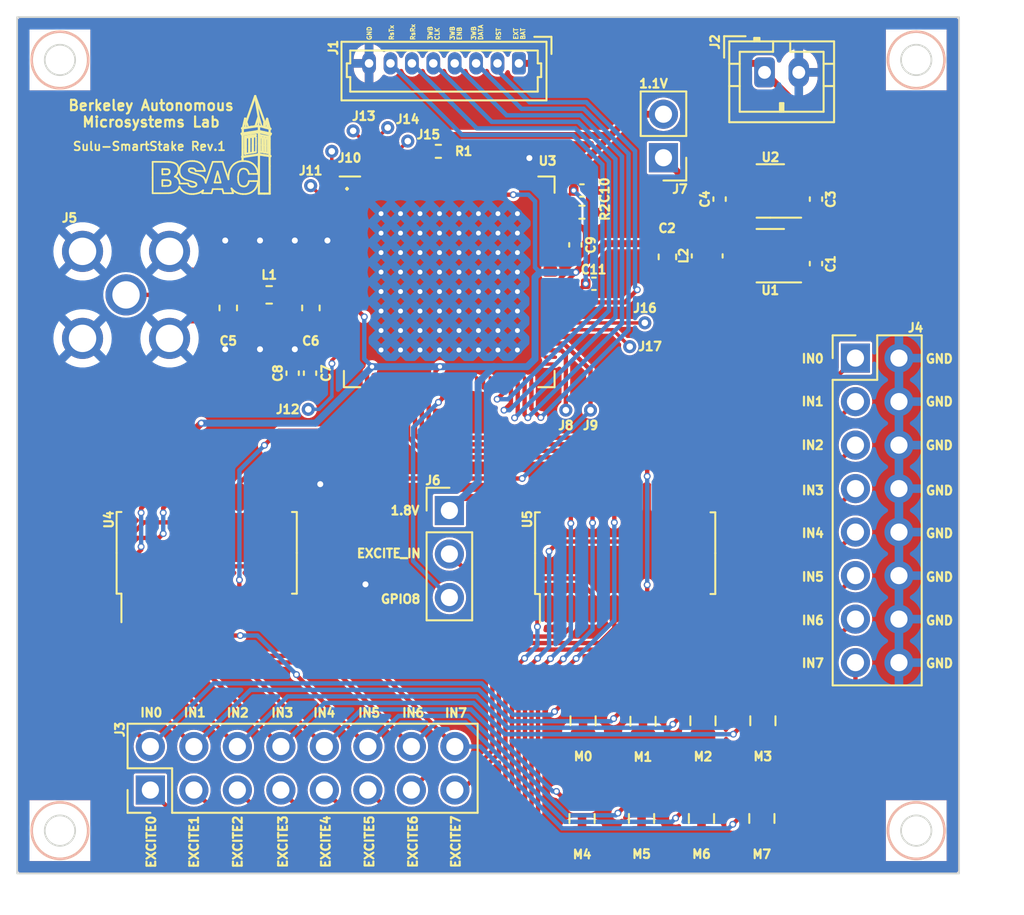
<source format=kicad_pcb>
(kicad_pcb (version 20221018) (generator pcbnew)
  (layers (0 "F.Cu" signal) (31 "B.Cu" signal) (34 "B.Paste" user) (35 "F.Paste" user) (36 "B.SilkS" user "B.Silkscreen") (37 "F.SilkS" user "F.Silkscreen") (38 "B.Mask" user) (39 "F.Mask" user) (44 "Edge.Cuts" user))
  (net 0 "")
  (net 1 "GND")
  (net 2 "+VDDAO")
  (net 3 "+EXT_BAT")
  (net 4 "Net-(C5-Pad2)")
  (net 5 "+1.8V_REG")
  (net 6 "Net-(U3-LO_LDO_OUTPUT)")
  (net 7 "Net-(U3-PA_LDO_OUTPUT)")
  (net 8 "+1.1V_REG")
  (net 9 "Net-(U3-AUX_LDO_OUTPUT)")
  (net 10 "/+1.1V_IN")
  (net 11 "Net-(J17-pin)")
  (net 12 "/SCuM-3C/ANTENNA")
  (net 13 "/EXCITE_IN")
  (net 14 "/HARD_RESET")
  (net 15 "/3WB_DATA")
  (net 16 "/3WB_ENB")
  (net 17 "/3WB_CLK")
  (net 18 "/RsRx")
  (net 19 "/RsTx")
  (net 20 "Net-(J11-pin)")
  (net 21 "Net-(J10-pin)")
  (net 22 "Net-(J12-pin)")
  (net 23 "Net-(J13-pin)")
  (net 24 "Net-(U1-SW)")
  (net 25 "Net-(U3-CLOCK_SELECT)")
  (net 26 "Net-(U3-VDDD_DISABLE)")
  (net 28 "/SENSOR_IN4")
  (net 29 "/SENSOR_IN6")
  (net 30 "/SENSOR_IN7")
  (net 31 "/SENSOR_IN5")
  (net 32 "/SENSOR_IN3")
  (net 33 "/SENSOR_IN0")
  (net 34 "/SENSOR_IN1")
  (net 35 "/SENSOR_IN2")
  (net 36 "/SCUM_GPIO7")
  (net 37 "/SENSOR_EXCITE4")
  (net 38 "/SENSOR_EXCITE6")
  (net 39 "/SENSOR_EXCITE7")
  (net 40 "/SCUM_GPIO15")
  (net 41 "/SCUM_GPIO0")
  (net 42 "/SCUM_GPIO1")
  (net 43 "/SCUM_GPIO2")
  (net 44 "/SCUM_GPIO3")
  (net 45 "/SCUM_GPIO4")
  (net 46 "/SCUM_GPIO5")
  (net 47 "/SCUM_GPIO6")
  (net 48 "/SCUM_GPIO8")
  (net 49 "/SCUM_GPIO9")
  (net 50 "/SCUM_GPIO10")
  (net 51 "/SCUM_GPIO11")
  (net 52 "/SCUM_GPIO12")
  (net 53 "/SCUM_GPIO13")
  (net 54 "/SCUM_GPIO14")
  (net 55 "/SENSOR_EXCITE5")
  (net 56 "/SENSOR_EXCITE3")
  (net 57 "/SENSOR_EXCITE0")
  (net 58 "/SENSOR_EXCITE1")
  (net 59 "/SENSOR_EXCITE2")
  (net 76 "+VDD25")
  (net 84 "/SENSOR_LDO_OUTPUT")
  (net 85 "/SENSOR_EXT_IN")
  (net 106 "Net-(J14-pin)")
  (net 107 "Net-(J15-pin)")
  (net 108 "Net-(J16-pin)")
  (footprint "Capacitor_SMD:C_0805_2012Metric" (layer "F.Cu") (at 113.045 81.085 90)
    (fp_text reference "M0")
    (fp_text value "NP")
  )
  (footprint "SCUM:through_hole" (layer "F.Cu") (at 97.14 49.84)
    (fp_text reference "J11")
    (fp_text value "through_hole" hide)
  )
  (footprint "Capacitor_SMD:C_0603_1608Metric" (layer "F.Cu") (at 97.15425 56.98025 90)
    (fp_text reference "C6")
    (fp_text value "NP")
  )
  (footprint "Capacitor_SMD:C_0402_1005Metric" (layer "F.Cu") (at 121.01665 50.625 90)
    (fp_text reference "C4")
    (fp_text value "0.1 uF")
  )
  (footprint "SCUM:through_hole" (layer "F.Cu") (at 98.37325 47.83625)
    (fp_text reference "J10")
    (fp_text value "through_hole" hide)
  )
  (footprint "SCUM:through_hole" (layer "F.Cu") (at 113.48 62.95)
    (fp_text reference "J9")
    (fp_text value "through_hole" hide)
  )
  (footprint "Capacitor_SMD:C_0402_1005Metric" (layer "F.Cu") (at 96.08725 60.79025 -90)
    (fp_text reference "C8")
    (fp_text value "NP")
  )
  (footprint "Connector_PinHeader_2.54mm:PinHeader_2x08_P2.54mm_Vertical" (layer "F.Cu") (at 128.95 59.91)
    (fp_text reference "J4")
    (fp_text value "Conn_02x08_Odd_Even")
  )
  (footprint "Molex Connectors:Molex_PicoBlade_53047-0810_1x08_P1.25mm_Vertical" (layer "F.Cu") (at 109.3 42.7 180)
    (fp_text reference "J1")
    (fp_text value "Conn_01x08")
  )
  (footprint "Capacitor_SMD:C_0805_2012Metric" (layer "F.Cu") (at 116.46 86.79 90)
    (fp_text reference "M5")
    (fp_text value "NP")
  )
  (footprint "Connector_JST:JST_PH_B2B-PH-K_1x02_P2.00mm_Vertical" (layer "F.Cu") (at 123.64165 43.225)
    (fp_text reference "J2")
    (fp_text value "Conn_01x02")
  )
  (footprint "Capacitor_SMD:C_0603_1608Metric" (layer "F.Cu") (at 92.32825 56.98025 90)
    (fp_text reference "C5")
    (fp_text value "NP")
  )
  (footprint "Capacitor_SMD:C_0402_1005Metric" (layer "F.Cu") (at 97.10325 60.79025 -90)
    (fp_text reference "C7")
    (fp_text value "NP")
  )
  (footprint "Capacitor_SMD:C_0805_2012Metric" (layer "F.Cu") (at 120.045 81.085 90)
    (fp_text reference "M2")
    (fp_text value "NP")
  )
  (footprint "SCUM:through_hole" (layer "F.Cu") (at 97 62.9)
    (fp_text reference "J12")
    (fp_text value "through_hole" hide)
  )
  (footprint "SCUM:QFN-100_EP_12x12_Pitch0.4mm_Margin0.25mm" (layer "F.Cu") (at 105.23125 55.45625)
    (fp_text reference "U3")
    (fp_text value "scum3" hide)
  )
  (footprint "Capacitor_SMD:C_0402_1005Metric" (layer "F.Cu") (at 126.6445 54.3934 90)
    (fp_text reference "C1")
    (fp_text value "4.7 uF")
  )
  (footprint "Capacitor_SMD:C_0402_1005Metric" (layer "F.Cu") (at 126.64615 50.625 90)
    (fp_text reference "C3")
    (fp_text value "0.1 uF")
  )
  (footprint "SCUM:through_hole" (layer "F.Cu") (at 99.62 46.64)
    (fp_text reference "J13")
    (fp_text value "through_hole" hide)
  )
  (footprint "Connector_PinHeader_2.54mm:PinHeader_2x08_P2.54mm_Vertical" (layer "F.Cu") (at 87.78 85.13 90)
    (fp_text reference "J3")
    (fp_text value "Conn_02x08_Odd_Even")
  )
  (footprint "SCUM:through_hole" (layer "F.Cu") (at 112.04 62.95)
    (fp_text reference "J8")
    (fp_text value "through_hole" hide)
  )
  (footprint "Capacitor_SMD:C_0603_1608Metric" (layer "F.Cu") (at 117.97 54 90)
    (fp_text reference "C2")
    (fp_text value "22 uF")
  )
  (footprint "Package_SO:SOIC-16_4.55x10.3mm_P1.27mm" (layer "F.Cu") (at 91.07 71.28 90)
    (fp_text reference "U4")
    (fp_text value "SN74LV4051ADR")
  )
  (footprint "Inductor_SMD:L_Wuerth_MAPI-2010" (layer "F.Cu") (at 120.2945 53.9438 90)
    (fp_text reference "L2")
    (fp_text value "4.7 uH" hide)
  )
  (footprint "Connector_PinHeader_2.54mm:PinHeader_1x03_P2.54mm_Vertical" (layer "F.Cu") (at 105.24 68.81)
    (fp_text reference "J6")
    (fp_text value "Conn_01x03")
  )
  (footprint "Capacitor_SMD:C_0805_2012Metric" (layer "F.Cu") (at 112.985 86.79 90)
    (fp_text reference "M4")
    (fp_text value "NP")
  )
  (footprint "downloaded_libs:MOLEX_73391-0060" (layer "F.Cu") (at 86.35905 56.21825)
    (fp_text reference "J5")
    (fp_text value "73391-0060")
  )
  (footprint "SCUM:through_hole" (layer "F.Cu") (at 101.64 46.45)
    (fp_text reference "J14")
    (fp_text value "through_hole" hide)
  )
  (footprint "Resistor_SMD:R_0402_1005Metric" (layer "F.Cu") (at 112.97825 51.39225)
    (fp_text reference "R2")
    (fp_text value "NP")
  )
  (footprint "Inductor_SMD:L_0603_1608Metric" (layer "F.Cu") (at 94.71575 56.21825)
    (fp_text reference "L1")
    (fp_text value "NP")
  )
  (footprint "Capacitor_SMD:C_0402_1005Metric" (layer "F.Cu") (at 112.59725 53.29725 -90)
    (fp_text reference "C9")
    (fp_text value "NP")
  )
  (footprint "Capacitor_SMD:C_0402_1005Metric" (layer "F.Cu") (at 113.68 55.57)
    (fp_text reference "C11")
    (fp_text value "NP")
  )
  (footprint "SCUM:through_hole" (layer "F.Cu") (at 102.81 47.24)
    (fp_text reference "J15")
    (fp_text value "through_hole" hide)
  )
  (footprint "Package_TO_SOT_SMD:SOT-23-5" (layer "F.Cu") (at 123.97915 50.15 180)
    (fp_text reference "U2")
    (fp_text value "TLV71311PDBV")
  )
  (footprint "SCUM:through_hole" (layer "F.Cu") (at 115.77 59.24)
    (fp_text reference "J17")
    (fp_text value "through_hole" hide)
  )
  (footprint "Capacitor_SMD:C_0805_2012Metric" (layer "F.Cu") (at 123.485 86.79 90)
    (fp_text reference "M7")
    (fp_text value "NP")
  )
  (footprint "Capacitor_SMD:C_0402_1005Metric" (layer "F.Cu") (at 112.97825 50.12225)
    (fp_text reference "C10")
    (fp_text value "NP")
  )
  (footprint "Package_SO:SOIC-16_4.55x10.3mm_P1.27mm" (layer "F.Cu") (at 115.505 71.3 90)
    (fp_text reference "U5")
    (fp_text value "SN74LV4051ADR")
  )
  (footprint "Capacitor_SMD:C_0805_2012Metric" (layer "F.Cu") (at 123.545 81.085 90)
    (fp_text reference "M3")
    (fp_text value "NP")
  )
  (footprint "Capacitor_SMD:C_0805_2012Metric" (layer "F.Cu") (at 119.96 86.79 90)
    (fp_text reference "M6")
    (fp_text value "NP")
  )
  (footprint "Resistor_SMD:R_0402_1005Metric" (layer "F.Cu") (at 104.59625 47.83625)
    (fp_text reference "R1")
    (fp_text value "0 Ohm")
  )
  (footprint "SCUM:through_hole" (layer "F.Cu") (at 116.65 57.85)
    (fp_text reference "J16")
    (fp_text value "through_hole" hide)
  )
  (footprint "Capacitor_SMD:C_0805_2012Metric" (layer "F.Cu") (at 116.545 81.11 90)
    (fp_text reference "M1")
    (fp_text value "NP")
  )
  (footprint "Package_TO_SOT_SMD:SOT-23-5" (layer "F.Cu") (at 123.9775 53.93 180)
    (fp_text reference "U1")
    (fp_text value "TPS62222DDCT" hide)
  )
  (footprint "Connector_PinHeader_2.54mm:PinHeader_1x02_P2.54mm_Vertical" (layer "F.Cu") (at 117.74 48.21 180)
    (fp_text reference "J7")
    (fp_text value "Conn_01x02")
  )
  (gr_circle (center 132.5 42.5) (end 134.151 42.5) (stroke (width 0.15)) (fill none) (layer "B.SilkS"))
  (gr_circle (center 82.5 87.5) (end 84.151 87.5) (stroke (width 0.15)) (fill none) (layer "B.SilkS"))
  (gr_circle (center 82.5 42.5) (end 84.151 42.5) (stroke (width 0.15)) (fill none) (layer "B.SilkS"))
  (gr_circle (center 132.5 87.5) (end 134.151 87.5) (stroke (width 0.15)) (fill none) (layer "B.SilkS"))
  (gr_line (start 93.162965 46.508972) (end 93.16237 46.644299) (stroke (width 0.1)) (layer "F.SilkS"))
  (gr_line (start 92.339202 49.472236) (end 92.16709 48.961171) (stroke (width 0.1)) (layer "F.SilkS"))
  (gr_line (start 93.142308 48.181375) (end 93.149145 48.18274) (stroke (width 0.1)) (layer "F.SilkS"))
  (gr_line (start 89.478248 49.609888) (end 89.452591 49.530175) (stroke (width 0.1)) (layer "F.SilkS"))
  (gr_line (start 89.606158 50.101524) (end 89.660939 50.153217) (stroke (width 0.1)) (layer "F.SilkS"))
  (gr_line (start 90.085907 48.839758) (end 90.13348 48.828215) (stroke (width 0.1)) (layer "F.SilkS"))
  (gr_line (start 88.888514 49.547772) (end 88.93231 49.579816) (stroke (width 0.1)) (layer "F.SilkS"))
  (gr_line (start 90.224363 48.402039) (end 90.096258 48.406325) (stroke (width 0.1)) (layer "F.SilkS"))
  (gr_line (start 93.148942 46.876482) (end 93.152202 47.404777) (stroke (width 0.1)) (layer "F.SilkS"))
  (gr_line (start 94.680097 47.005478) (end 94.679232 47.476439) (stroke (width 0.1)) (layer "F.SilkS"))
  (gr_line (start 93.633925 50.252267) (end 93.71267 50.20861) (stroke (width 0.1)) (layer "F.SilkS"))
  (gr_line (start 93.528513 49.579496) (end 93.521472 49.617711) (stroke (width 0.1)) (layer "F.SilkS"))
  (gr_line (start 93.222962 49.884849) (end 93.167241 49.880135) (stroke (width 0.1)) (layer "F.SilkS"))
  (gr_line (start 93.177273 48.290009) (end 93.177873 48.178924) (stroke (width 0.1)) (layer "F.SilkS"))
  (gr_line (start 94.729697 48.125651) (end 94.731087 48.591253) (stroke (width 0.1)) (layer "F.SilkS"))
  (gr_line (start 94.101559 49.123231) (end 94.081736 49.115415) (stroke (width 0.1)) (layer "F.SilkS"))
  (gr_line (start 94.801736 46.84416) (end 94.777089 46.83391) (stroke (width 0.1)) (layer "F.SilkS"))
  (gr_line (start 93.783401 47.47129) (end 93.785156 47.849984) (stroke (width 0.1)) (layer "F.SilkS"))
  (gr_line (start 90.950533 49.454606) (end 90.91797 49.405239) (stroke (width 0.1)) (layer "F.SilkS"))
  (gr_line (start 88.805842 49.852367) (end 88.805842 49.852364) (stroke (width 0.1)) (layer "F.SilkS"))
  (gr_line (start 93.581127 47.929848) (end 93.581126 47.929848) (stroke (width 0.1)) (layer "F.SilkS"))
  (gr_line (start 93.827284 46.968676) (end 93.807049 46.984197) (stroke (width 0.1)) (layer "F.SilkS"))
  (gr_line (start 94.130559 50.291132) (end 94.131349 49.165212) (stroke (width 0.1)) (layer "F.SilkS"))
  (gr_line (start 92.526877 50.011599) (end 92.611076 50.105226) (stroke (width 0.1)) (layer "F.SilkS"))
  (gr_line (start 93.945094 44.776167) (end 94.445959 46.169647) (stroke (width 0.1)) (layer "F.SilkS"))
  (gr_line (start 93.184017 48.138619) (end 93.184982 47.719562) (stroke (width 0.1)) (layer "F.SilkS"))
  (gr_line (start 94.523326 47.513709) (end 94.525346 47.908452) (stroke (width 0.1)) (layer "F.SilkS"))
  (gr_line (start 94.186816 47.452918) (end 94.190371 47.859391) (stroke (width 0.1)) (layer "F.SilkS"))
  (gr_line (start 94.378729 46.743939) (end 94.145358 46.691633) (stroke (width 0.1)) (layer "F.SilkS"))
  (gr_line (start 93.107731 46.817898) (end 93.155437 46.811819) (stroke (width 0.1)) (layer "F.SilkS"))
  (gr_line (start 94.143052 46.679399) (end 94.43635 46.740084) (stroke (width 0.1)) (layer "F.SilkS"))
  (gr_line (start 93.09382 46.798126) (end 93.094088 46.809344) (stroke (width 0.1)) (layer "F.SilkS"))
  (gr_line (start 93.041942 48.914864) (end 93.091618 48.879783) (stroke (width 0.1)) (layer "F.SilkS"))
  (gr_line (start 94.466314 47.070321) (end 94.43969 47.037664) (stroke (width 0.1)) (layer "F.SilkS"))
  (gr_line (start 93.998147 49.864224) (end 94.03994 49.740785) (stroke (width 0.1)) (layer "F.SilkS"))
  (gr_line (start 93.149952 48.038607) (end 93.143643 48.144329) (stroke (width 0.1)) (layer "F.SilkS"))
  (gr_line (start 93.293118 48.162164) (end 94.096953 48.044748) (stroke (width 0.1)) (layer "F.SilkS"))
  (gr_line (start 94.201882 46.905816) (end 94.442977 46.957404) (stroke (width 0.1)) (layer "F.SilkS"))
  (gr_line (start 93.727075 47.915809) (end 93.736871 47.910093) (stroke (width 0.1)) (layer "F.SilkS"))
  (gr_line (start 89.789706 49.468246) (end 89.926184 49.52374) (stroke (width 0.1)) (layer "F.SilkS"))
  (gr_line (start 93.588821 47.935505) (end 93.727075 47.915809) (stroke (width 0.1)) (layer "F.SilkS"))
  (gr_line (start 90.350724 48.406348) (end 90.224363 48.402039) (stroke (width 0.1)) (layer "F.SilkS"))
  (gr_line (start 91.389143 50.1632) (end 91.421238 50.042184) (stroke (width 0.1)) (layer "F.SilkS"))
  (gr_line (start 93.928034 48.74002) (end 93.861681 48.653547) (stroke (width 0.1)) (layer "F.SilkS"))
  (gr_line (start 93.395687 48.107151) (end 93.190166 48.137389) (stroke (width 0.1)) (layer "F.SilkS"))
  (gr_line (start 93.892653 44.663732) (end 93.90892 44.742382) (stroke (width 0.1)) (layer "F.SilkS"))
  (gr_line (start 92.811159 50.242727) (end 92.922534 50.286691) (stroke (width 0.1)) (layer "F.SilkS"))
  (gr_line (start 89.982078 49.719511) (end 89.737001 49.719511) (stroke (width 0.1)) (layer "F.SilkS"))
  (gr_line (start 88.962338 49.732571) (end 88.944508 49.778103) (stroke (width 0.1)) (layer "F.SilkS"))
  (gr_line (start 94.361444 47.083845) (end 94.361443 47.483964) (stroke (width 0.1)) (layer "F.SilkS"))
  (gr_line (start 94.238219 47.873285) (end 94.289354 47.88227) (stroke (width 0.1)) (layer "F.SilkS"))
  (gr_line (start 93.315627 45.911355) (end 93.301448 45.911105) (stroke (width 0.1)) (layer "F.SilkS"))
  (gr_line (start 90.87816 49.359596) (end 90.831102 49.317678) (stroke (width 0.1)) (layer "F.SilkS"))
  (gr_line (start 94.757743 48.134086) (end 94.774716 48.135371) (stroke (width 0.1)) (layer "F.SilkS"))
  (gr_line (start 93.550738 46.720771) (end 93.550741 46.720774) (stroke (width 0.1)) (layer "F.SilkS"))
  (gr_line (start 88.587148 49.516695) (end 88.790565 49.522821) (stroke (width 0.1)) (layer "F.SilkS"))
  (gr_line (start 93.122143 46.85509) (end 93.126418 46.86766) (stroke (width 0.1)) (layer "F.SilkS"))
  (gr_line (start 94.802881 46.533127) (end 94.806339 46.521214) (stroke (width 0.1)) (layer "F.SilkS"))
  (gr_line (start 90.921394 48.812143) (end 90.858644 48.686925) (stroke (width 0.1)) (layer "F.SilkS"))
  (gr_line (start 94.459392 48.044917) (end 94.168728 48.001087) (stroke (width 0.1)) (layer "F.SilkS"))
  (gr_line (start 94.190371 47.859391) (end 94.238223 47.873284) (stroke (width 0.1)) (layer "F.SilkS"))
  (gr_line (start 90.05256 49.002455) (end 90.030161 48.971111) (stroke (width 0.1)) (layer "F.SilkS"))
  (gr_line (start 90.423874 48.964089) (end 90.427948 48.981952) (stroke (width 0.1)) (layer "F.SilkS"))
  (gr_line (start 94.298244 47.880611) (end 94.302453 47.842728) (stroke (width 0.1)) (layer "F.SilkS"))
  (gr_line (start 90.448278 49.840141) (end 90.425373 49.862069) (stroke (width 0.1)) (layer "F.SilkS"))
  (gr_line (start 94.084498 45.809637) (end 93.996223 46.083232) (stroke (width 0.1)) (layer "F.SilkS"))
  (gr_line (start 88.912886 49.812937) (end 88.866865 49.837537) (stroke (width 0.1)) (layer "F.SilkS"))
  (gr_line (start 93.950017 47.021612) (end 93.944994 47.01074) (stroke (width 0.1)) (layer "F.SilkS"))
  (gr_line (start 92.015341 50.158599) (end 92.048443 50.27903) (stroke (width 0.1)) (layer "F.SilkS"))
  (gr_line (start 94.103292 46.679048) (end 94.103292 46.689853) (stroke (width 0.1)) (layer "F.SilkS"))
  (gr_line (start 89.569919 48.673848) (end 89.52496 48.756524) (stroke (width 0.1)) (layer "F.SilkS"))
  (gr_line (start 94.708675 46.989916) (end 94.702677 46.981338) (stroke (width 0.1)) (layer "F.SilkS"))
  (gr_line (start 94.361443 47.483964) (end 94.365473 47.887689) (stroke (width 0.1)) (layer "F.SilkS"))
  (gr_line (start 88.866865 49.837537) (end 88.805842 49.852367) (stroke (width 0.1)) (layer "F.SilkS"))
  (gr_line (start 93.489478 46.395255) (end 93.438566 46.246327) (stroke (width 0.1)) (layer "F.SilkS"))
  (gr_line (start 94.733542 49.673993) (end 94.734606 50.291132) (stroke (width 0.1)) (layer "F.SilkS"))
  (gr_line (start 94.444453 46.202241) (end 94.465197 46.202241) (stroke (width 0.1)) (layer "F.SilkS"))
  (gr_line (start 93.736871 47.910093) (end 93.74142 47.479711) (stroke (width 0.1)) (layer "F.SilkS"))
  (gr_line (start 92.670406 48.580402) (end 92.589391 48.656872) (stroke (width 0.1)) (layer "F.SilkS"))
  (gr_line (start 88.805842 49.852364) (end 88.628636 49.85717) (stroke (width 0.1)) (layer "F.SilkS"))
  (gr_line (start 94.7556 46.536452) (end 94.772331 46.540057) (stroke (width 0.1)) (layer "F.SilkS"))
  (gr_line (start 94.119045 45.825367) (end 94.031798 45.301037) (stroke (width 0.1)) (layer "F.SilkS"))
  (gr_line (start 89.228227 49.318173) (end 89.206094 49.310606) (stroke (width 0.1)) (layer "F.SilkS"))
  (gr_line (start 93.209193 46.46189) (end 93.202585 46.462234) (stroke (width 0.1)) (layer "F.SilkS"))
  (gr_line (start 93.161775 46.779627) (end 93.134116 46.783647) (stroke (width 0.1)) (layer "F.SilkS"))
  (gr_line (start 93.176673 48.401094) (end 93.177273 48.290009) (stroke (width 0.1)) (layer "F.SilkS"))
  (gr_line (start 94.192341 47.040922) (end 94.187416 47.051576) (stroke (width 0.1)) (layer "F.SilkS"))
  (gr_line (start 89.320882 48.61281) (end 89.258658 48.56205) (stroke (width 0.1)) (layer "F.SilkS"))
  (gr_line (start 93.950017 47.445074) (end 93.950017 47.021612) (stroke (width 0.1)) (layer "F.SilkS"))
  (gr_line (start 88.477045 48.87535) (end 88.615915 48.876575) (stroke (width 0.1)) (layer "F.SilkS"))
  (gr_line (start 93.167241 49.880135) (end 93.119252 49.867982) (stroke (width 0.1)) (layer "F.SilkS"))
  (gr_line (start 94.460532 46.410756) (end 94.586109 46.009034) (stroke (width 0.1)) (layer "F.SilkS"))
  (gr_line (start 94.193186 46.383345) (end 94.482451 46.460214) (stroke (width 0.1)) (layer "F.SilkS"))
  (gr_line (start 93.190551 46.814474) (end 93.192571 46.806105) (stroke (width 0.1)) (layer "F.SilkS"))
  (gr_line (start 93.581126 47.929848) (end 93.588821 47.935505) (stroke (width 0.1)) (layer "F.SilkS"))
  (gr_line (start 88.895367 48.961411) (end 88.90361 49.020115) (stroke (width 0.1)) (layer "F.SilkS"))
  (gr_line (start 94.444653 46.286947) (end 94.444453 46.202241) (stroke (width 0.1)) (layer "F.SilkS"))
  (gr_line (start 94.729521 47.47652) (end 94.727716 48.08511) (stroke (width 0.1)) (layer "F.SilkS"))
  (gr_line (start 90.164351 49.901993) (end 90.087116 49.871696) (stroke (width 0.1)) (layer "F.SilkS"))
  (gr_line (start 88.884108 49.103159) (end 88.854997 49.138349) (stroke (width 0.1)) (layer "F.SilkS"))
  (gr_line (start 91.421299 48.449522) (end 91.216535 49.059742) (stroke (width 0.1)) (layer "F.SilkS"))
  (gr_line (start 89.62834 49.359496) (end 89.700339 49.417518) (stroke (width 0.1)) (layer "F.SilkS"))
  (gr_line (start 94.103293 47.369309) (end 94.103293 48.001544) (stroke (width 0.1)) (layer "F.SilkS"))
  (gr_line (start 89.368611 48.672645) (end 89.320882 48.61281) (stroke (width 0.1)) (layer "F.SilkS"))
  (gr_line (start 93.937721 46.902615) (end 93.946703 46.893538) (stroke (width 0.1)) (layer "F.SilkS"))
  (gr_line (start 89.402604 48.742762) (end 89.368611 48.672645) (stroke (width 0.1)) (layer "F.SilkS"))
  (gr_line (start 91.706831 49.659585) (end 91.529393 49.656705) (stroke (width 0.1)) (layer "F.SilkS"))
  (gr_line (start 94.066173 49.138686) (end 94.086021 49.147259) (stroke (width 0.1)) (layer "F.SilkS"))
  (gr_line (start 90.636505 48.48774) (end 90.506742 48.436585) (stroke (width 0.1)) (layer "F.SilkS"))
  (gr_line (start 89.737001 49.719511) (end 89.491925 49.719511) (stroke (width 0.1)) (layer "F.SilkS"))
  (gr_line (start 93.783426 48.579463) (end 93.693446 48.517967) (stroke (width 0.1)) (layer "F.SilkS"))
  (gr_line (start 94.702677 46.981338) (end 94.206448 46.881192) (stroke (width 0.1)) (layer "F.SilkS"))
  (gr_line (start 93.580574 47.044869) (end 93.576812 47.094394) (stroke (width 0.1)) (layer "F.SilkS"))
  (gr_line (start 94.627593 46.844086) (end 94.727358 46.867009) (stroke (width 0.1)) (layer "F.SilkS"))
  (gr_line (start 90.030013 48.887086) (end 90.051725 48.859267) (stroke (width 0.1)) (layer "F.SilkS"))
  (gr_line (start 93.379459 47.967008) (end 93.390938 47.968683) (stroke (width 0.1)) (layer "F.SilkS"))
  (gr_line (start 94.070173 49.582954) (end 94.071488 49.57431) (stroke (width 0.1)) (layer "F.SilkS"))
  (gr_line (start 89.258658 48.56205) (end 89.199836 48.528604) (stroke (width 0.1)) (layer "F.SilkS"))
  (gr_line (start 89.660939 50.153217) (end 89.749996 50.216517) (stroke (width 0.1)) (layer "F.SilkS"))
  (gr_line (start 94.024326 48.949348) (end 93.982308 48.838686) (stroke (width 0.1)) (layer "F.SilkS"))
  (gr_line (start 94.482451 46.460214) (end 94.722737 46.524878) (stroke (width 0.1)) (layer "F.SilkS"))
  (gr_line (start 93.533978 47.507336) (end 93.533978 47.072966) (stroke (width 0.1)) (layer "F.SilkS"))
  (gr_line (start 93.395687 48.107152) (end 93.395687 48.107151) (stroke (width 0.1)) (layer "F.SilkS"))
  (gr_line (start 90.74001 50.206996) (end 90.84282 50.127682) (stroke (width 0.1)) (layer "F.SilkS"))
  (gr_line (start 94.756238 46.807195) (end 94.761377 46.807068) (stroke (width 0.1)) (layer "F.SilkS"))
  (gr_line (start 92.366127 49.090515) (end 92.343687 49.222816) (stroke (width 0.1)) (layer "F.SilkS"))
  (gr_line (start 92.402758 48.965176) (end 92.366127 49.090515) (stroke (width 0.1)) (layer "F.SilkS"))
  (gr_line (start 90.30164 50.33051) (end 90.468946 50.308588) (stroke (width 0.1)) (layer "F.SilkS"))
  (gr_line (start 90.13348 48.828215) (end 90.195367 48.824295) (stroke (width 0.1)) (layer "F.SilkS"))
  (gr_line (start 94.727918 46.649321) (end 94.725038 46.771279) (stroke (width 0.1)) (layer "F.SilkS"))
  (gr_line (start 94.777089 46.83391) (end 94.756787 46.827594) (stroke (width 0.1)) (layer "F.SilkS"))
  (gr_line (start 94.558345 47.078603) (end 94.529081 47.11263) (stroke (width 0.1)) (layer "F.SilkS"))
  (gr_line (start 91.216535 49.059742) (end 91.011109 49.670777) (stroke (width 0.1)) (layer "F.SilkS"))
  (gr_line (start 90.087948 49.030555) (end 90.05256 49.002455) (stroke (width 0.1)) (layer "F.SilkS"))
  (gr_line (start 90.028089 49.821714) (end 89.991768 49.754696) (stroke (width 0.1)) (layer "F.SilkS"))
  (gr_line (start 90.833753 50.199512) (end 90.805229 50.284217) (stroke (width 0.1)) (layer "F.SilkS"))
  (gr_line (start 90.813683 48.627313) (end 90.761276 48.57389) (stroke (width 0.1)) (layer "F.SilkS"))
  (gr_line (start 94.682837 47.950672) (end 94.682824 47.950671) (stroke (width 0.1)) (layer "F.SilkS"))
  (gr_line (start 94.247785 47.001515) (end 94.225177 47.006017) (stroke (width 0.1)) (layer "F.SilkS"))
  (gr_line (start 93.295093 47.277261) (end 93.296578 47.784606) (stroke (width 0.1)) (layer "F.SilkS"))
  (gr_line (start 93.853259 46.961431) (end 93.827284 46.968676) (stroke (width 0.1)) (layer "F.SilkS"))
  (gr_line (start 94.523936 47.125333) (end 94.523326 47.513709) (stroke (width 0.1)) (layer "F.SilkS"))
  (gr_line (start 94.753779 46.47417) (end 94.682594 46.194215) (stroke (width 0.1)) (layer "F.SilkS"))
  (gr_line (start 92.93078 49.653274) (end 92.905769 49.52245) (stroke (width 0.1)) (layer "F.SilkS"))
  (gr_line (start 91.004708 49.62502) (end 90.993903 49.564499) (stroke (width 0.1)) (layer "F.SilkS"))
  (gr_line (start 94.761493 49.788086) (end 94.758993 48.695736) (stroke (width 0.1)) (layer "F.SilkS"))
  (gr_line (start 89.957323 50.302446) (end 90.077775 50.32598) (stroke (width 0.1)) (layer "F.SilkS"))
  (gr_line (start 94.398821 47.037864) (end 94.381601 47.049989) (stroke (width 0.1)) (layer "F.SilkS"))
  (gr_line (start 93.666957 46.394595) (end 93.666958 46.394594) (stroke (width 0.1)) (layer "F.SilkS"))
  (gr_line (start 93.654412 46.755209) (end 93.198042 46.821703) (stroke (width 0.1)) (layer "F.SilkS"))
  (gr_line (start 90.27371 48.830291) (end 90.337119 48.852296) (stroke (width 0.1)) (layer "F.SilkS"))
  (gr_line (start 94.806339 46.521214) (end 94.800289 46.507563) (stroke (width 0.1)) (layer "F.SilkS"))
  (gr_line (start 93.354514 48.877031) (end 93.426864 48.924778) (stroke (width 0.1)) (layer "F.SilkS"))
  (gr_line (start 94.727923 46.527113) (end 94.727923 46.649322) (stroke (width 0.1)) (layer "F.SilkS"))
  (gr_line (start 88.844734 48.901149) (end 88.869185 48.919792) (stroke (width 0.1)) (layer "F.SilkS"))
  (gr_line (start 94.771193 48.089894) (end 94.75794 48.087324) (stroke (width 0.1)) (layer "F.SilkS"))
  (gr_line (start 90.310801 49.631665) (end 90.401346 49.671741) (stroke (width 0.1)) (layer "F.SilkS"))
  (gr_line (start 94.75794 48.087324) (end 94.757939 47.7285) (stroke (width 0.1)) (layer "F.SilkS"))
  (gr_line (start 93.148174 46.510352) (end 93.162965 46.508972) (stroke (width 0.1)) (layer "F.SilkS"))
  (gr_line (start 94.758993 48.695736) (end 94.757743 48.134086) (stroke (width 0.1)) (layer "F.SilkS"))
  (gr_line (start 89.199836 48.528604) (end 89.132199 48.501171) (stroke (width 0.1)) (layer "F.SilkS"))
  (gr_line (start 93.529538 47.945725) (end 93.533978 47.507336) (stroke (width 0.1)) (layer "F.SilkS"))
  (gr_line (start 94.727972 46.478234) (end 94.725017 46.483224) (stroke (width 0.1)) (layer "F.SilkS"))
  (gr_line (start 89.52496 48.756524) (end 89.495727 48.848592) (stroke (width 0.1)) (layer "F.SilkS"))
  (gr_line (start 89.452591 49.530175) (end 89.413525 49.458845) (stroke (width 0.1)) (layer "F.SilkS"))
  (gr_line (start 90.401346 49.671741) (end 90.432628 49.695125) (stroke (width 0.1)) (layer "F.SilkS"))
  (gr_line (start 94.805489 48.123012) (end 94.804719 48.106532) (stroke (width 0.1)) (layer "F.SilkS"))
  (gr_line (start 88.965525 49.678263) (end 88.962338 49.732571) (stroke (width 0.1)) (layer "F.SilkS"))
  (gr_line (start 90.455037 49.722529) (end 90.467757 49.752616) (stroke (width 0.1)) (layer "F.SilkS"))
  (gr_line (start 93.654412 46.755209) (end 93.654412 46.755209) (stroke (width 0.1)) (layer "F.SilkS"))
  (gr_line (start 93.036214 49.823926) (end 93.002521 49.791977) (stroke (width 0.1)) (layer "F.SilkS"))
  (gr_line (start 94.021893 46.342603) (end 93.938651 46.354344) (stroke (width 0.1)) (layer "F.SilkS"))
  (gr_line (start 90.409292 48.92433) (end 90.423874 48.964089) (stroke (width 0.1)) (layer "F.SilkS"))
  (gr_line (start 94.416743 46.287502) (end 94.416743 46.2875) (stroke (width 0.1)) (layer "F.SilkS"))
  (gr_line (start 94.665689 46.808234) (end 94.378729 46.743939) (stroke (width 0.1)) (layer "F.SilkS"))
  (gr_line (start 88.869185 48.919792) (end 88.895367 48.961411) (stroke (width 0.1)) (layer "F.SilkS"))
  (gr_line (start 88.90127 49.058571) (end 88.884108 49.103159) (stroke (width 0.1)) (layer "F.SilkS"))
  (gr_line (start 93.937337 46.872295) (end 93.616964 46.913033) (stroke (width 0.1)) (layer "F.SilkS"))
  (gr_line (start 89.991768 49.754696) (end 89.983385 49.72585) (stroke (width 0.1)) (layer "F.SilkS"))
  (gr_line (start 93.16237 46.644299) (end 93.161775 46.779627) (stroke (width 0.1)) (layer "F.SilkS"))
  (gr_line (start 94.525346 47.908452) (end 94.532923 47.915633) (stroke (width 0.1)) (layer "F.SilkS"))
  (gr_line (start 93.709585 47.008567) (end 93.670879 46.992548) (stroke (width 0.1)) (layer "F.SilkS"))
  (gr_line (start 93.143643 48.144329) (end 93.134825 48.149249) (stroke (width 0.1)) (layer "F.SilkS"))
  (gr_line (start 88.477089 49.687444) (end 88.477089 49.516683) (stroke (width 0.1)) (layer "F.SilkS"))
  (gr_line (start 89.495727 48.848592) (end 89.482174 48.950158) (stroke (width 0.1)) (layer "F.SilkS"))
  (gr_line (start 93.134116 46.783647) (end 93.101225 46.789957) (stroke (width 0.1)) (layer "F.SilkS"))
  (gr_line (start 89.51621 49.979587) (end 89.557362 50.042898) (stroke (width 0.1)) (layer "F.SilkS"))
  (gr_line (start 93.49948 46.41888) (end 93.489478 46.395255) (stroke (width 0.1)) (layer "F.SilkS"))
  (gr_line (start 87.912363 48.449345) (end 87.912363 49.36678) (stroke (width 0.1)) (layer "F.SilkS"))
  (gr_line (start 94.041445 46.026372) (end 94.091839 45.877706) (stroke (width 0.1)) (layer "F.SilkS"))
  (gr_line (start 93.910806 44.596474) (end 93.898136 44.59565) (stroke (width 0.1)) (layer "F.SilkS"))
  (gr_line (start 94.103293 46.737074) (end 94.103293 47.369309) (stroke (width 0.1)) (layer "F.SilkS"))
  (gr_line (start 93.198042 46.821703) (end 93.191562 46.821556) (stroke (width 0.1)) (layer "F.SilkS"))
  (gr_line (start 94.703431 47.949636) (end 94.708775 47.470723) (stroke (width 0.1)) (layer "F.SilkS"))
  (gr_line (start 93.148545 48.292507) (end 93.147945 48.402273) (stroke (width 0.1)) (layer "F.SilkS"))
  (gr_line (start 94.30266 47.058491) (end 94.297336 47.042788) (stroke (width 0.1)) (layer "F.SilkS"))
  (gr_line (start 93.151424 48.857094) (end 93.205305 48.8512) (stroke (width 0.1)) (layer "F.SilkS"))
  (gr_line (start 94.762743 50.318791) (end 94.761493 49.788086) (stroke (width 0.1)) (layer "F.SilkS"))
  (gr_line (start 94.1056 46.63693) (end 94.003608 46.652318) (stroke (width 0.1)) (layer "F.SilkS"))
  (gr_line (start 93.191465 46.504165) (end 94.096585 46.371531) (stroke (width 0.1)) (layer "F.SilkS"))
  (gr_line (start 94.302453 47.842728) (end 94.303275 47.465077) (stroke (width 0.1)) (layer "F.SilkS"))
  (gr_line (start 93.785036 47.038664) (end 93.783401 47.47129) (stroke (width 0.1)) (layer "F.SilkS"))
  (gr_line (start 93.458807 50.312059) (end 93.549322 50.286744) (stroke (width 0.1)) (layer "F.SilkS"))
  (gr_line (start 93.529518 49.57431) (end 93.528513 49.579496) (stroke (width 0.1)) (layer "F.SilkS"))
  (gr_line (start 94.587299 46.018021) (end 94.594313 46.227555) (stroke (width 0.1)) (layer "F.SilkS"))
  (gr_line (start 94.631962 47.896301) (end 94.633403 47.534516) (stroke (width 0.1)) (layer "F.SilkS"))
  (gr_line (start 88.755505 48.879424) (end 88.812275 48.888705) (stroke (width 0.1)) (layer "F.SilkS"))
  (gr_line (start 93.964113 46.266182) (end 94.041445 46.026372) (stroke (width 0.1)) (layer "F.SilkS"))
  (gr_line (start 88.812275 48.888705) (end 88.844734 48.901149) (stroke (width 0.1)) (layer "F.SilkS"))
  (gr_line (start 94.673162 46.26613) (end 94.727973 46.478233) (stroke (width 0.1)) (layer "F.SilkS"))
  (gr_line (start 93.301353 47.987055) (end 93.301358 47.987053) (stroke (width 0.1)) (layer "F.SilkS"))
  (gr_line (start 94.03994 49.740785) (end 94.066353 49.611189) (stroke (width 0.1)) (layer "F.SilkS"))
  (gr_line (start 89.149049 50.230271) (end 89.225004 50.198949) (stroke (width 0.1)) (layer "F.SilkS"))
  (gr_line (start 89.559311 49.276674) (end 89.62834 49.359496) (stroke (width 0.1)) (layer "F.SilkS"))
  (gr_line (start 88.93231 49.579816) (end 88.957952 49.625803) (stroke (width 0.1)) (layer "F.SilkS"))
  (gr_line (start 93.485212 49.731352) (end 93.457519 49.777758) (stroke (width 0.1)) (layer "F.SilkS"))
  (gr_circle (center 82.5 42.5) (end 84.151 42.5) (stroke (width 0.15)) (fill none) (layer "F.SilkS"))
  (gr_line (start 88.763022 49.178713) (end 88.763022 49.178711) (stroke (width 0.1)) (layer "F.SilkS"))
  (gr_line (start 93.92968 46.988757) (end 93.907781 46.972402) (stroke (width 0.1)) (layer "F.SilkS"))
  (gr_line (start 93.236423 46.188679) (end 93.171466 46.466455) (stroke (width 0.1)) (layer "F.SilkS"))
  (gr_line (start 94.442977 46.957404) (end 94.680097 47.005478) (stroke (width 0.1)) (layer "F.SilkS"))
  (gr_line (start 90.425373 49.862069) (end 90.393577 49.880998) (stroke (width 0.1)) (layer "F.SilkS"))
  (gr_line (start 90.134289 49.582353) (end 90.310801 49.631665) (stroke (width 0.1)) (layer "F.SilkS"))
  (gr_line (start 89.413525 49.458845) (end 89.362213 49.398888) (stroke (width 0.1)) (layer "F.SilkS"))
  (gr_line (start 94.731087 48.591253) (end 94.733542 49.673993) (stroke (width 0.1)) (layer "F.SilkS"))
  (gr_line (start 94.627368 47.931798) (end 94.631962 47.896301) (stroke (width 0.1)) (layer "F.SilkS"))
  (gr_line (start 94.529081 47.11263) (end 94.523936 47.125333) (stroke (width 0.1)) (layer "F.SilkS"))
  (gr_line (start 93.427585 47.016665) (end 93.40063 47.029499) (stroke (width 0.1)) (layer "F.SilkS"))
  (gr_line (start 94.140511 46.735867) (end 94.627593 46.844086) (stroke (width 0.1)) (layer "F.SilkS"))
  (gr_line (start 94.574539 47.925247) (end 94.617732 47.932947) (stroke (width 0.1)) (layer "F.SilkS"))
  (gr_line (start 94.021893 46.342603) (end 94.021893 46.342603) (stroke (width 0.1)) (layer "F.SilkS"))
  (gr_line (start 94.26826 47.004967) (end 94.247785 47.001515) (stroke (width 0.1)) (layer "F.SilkS"))
  (gr_line (start 94.734606 50.291132) (end 94.432582 50.291132) (stroke (width 0.1)) (layer "F.SilkS"))
  (gr_line (start 88.763022 49.178711) (end 88.60917 49.182436) (stroke (width 0.1)) (layer "F.SilkS"))
  (gr_line (start 93.151245 46.470055) (end 93.126661 46.478015) (stroke (width 0.1)) (layer "F.SilkS"))
  (gr_line (start 94.303275 47.465077) (end 94.30266 47.058491) (stroke (width 0.1)) (layer "F.SilkS"))
  (gr_line (start 94.574536 47.925248) (end 94.574539 47.925247) (stroke (width 0.1)) (layer "F.SilkS"))
  (gr_line (start 94.196505 46.897883) (end 94.201882 46.905816) (stroke (width 0.1)) (layer "F.SilkS"))
  (gr_line (start 94.633403 47.534516) (end 94.631033 47.131095) (stroke (width 0.1)) (layer "F.SilkS"))
  (gr_line (start 92.902245 49.30118) (end 92.917926 49.172506) (stroke (width 0.1)) (layer "F.SilkS"))
  (gr_line (start 89.055129 48.479544) (end 88.968009 48.463512) (stroke (width 0.1)) (layer "F.SilkS"))
  (gr_line (start 93.633639 45.33388) (end 93.379659 46.07087) (stroke (width 0.1)) (layer "F.SilkS"))
  (gr_line (start 93.996223 46.083232) (end 93.906494 46.358282) (stroke (width 0.1)) (layer "F.SilkS"))
  (gr_line (start 89.491925 49.719511) (end 89.490431 49.693351) (stroke (width 0.1)) (layer "F.SilkS"))
  (gr_line (start 93.527135 49.128314) (end 93.530745 49.149634) (stroke (width 0.1)) (layer "F.SilkS"))
  (gr_line (start 92.337282 49.419871) (end 92.339202 49.472236) (stroke (width 0.1)) (layer "F.SilkS"))
  (gr_line (start 94.754479 46.489023) (end 94.753779 46.47417) (stroke (width 0.1)) (layer "F.SilkS"))
  (gr_line (start 93.206082 48.401094) (end 93.176673 48.401094) (stroke (width 0.1)) (layer "F.SilkS"))
  (gr_line (start 91.421238 50.042184) (end 91.70239 50.042769) (stroke (width 0.1)) (layer "F.SilkS"))
  (gr_line (start 93.807049 46.984197) (end 93.792863 47.007643) (stroke (width 0.1)) (layer "F.SilkS"))
  (gr_line (start 94.757939 47.7285) (end 94.756404 47.12211) (stroke (width 0.1)) (layer "F.SilkS"))
  (gr_line (start 94.515761 46.146108) (end 94.445788 46.369347) (stroke (width 0.1)) (layer "F.SilkS"))
  (gr_line (start 93.549322 50.286744) (end 93.633925 50.252267) (stroke (width 0.1)) (layer "F.SilkS"))
  (gr_line (start 94.605152 47.08087) (end 94.580564 47.074723) (stroke (width 0.1)) (layer "F.SilkS"))
  (gr_line (start 94.431993 46.174562) (end 94.416743 46.174562) (stroke (width 0.1)) (layer "F.SilkS"))
  (gr_line (start 93.152202 47.404777) (end 93.149952 48.038607) (stroke (width 0.1)) (layer "F.SilkS"))
  (gr_line (start 93.603348 47.009643) (end 93.58825 47.028145) (stroke (width 0.1)) (layer "F.SilkS"))
  (gr_line (start 93.861681 48.653547) (end 93.783426 48.579463) (stroke (width 0.1)) (layer "F.SilkS"))
  (gr_line (start 94.066353 49.611189) (end 94.070173 49.582954) (stroke (width 0.1)) (layer "F.SilkS"))
  (gr_line (start 94.631033 47.131095) (end 94.621217 47.100804) (stroke (width 0.1)) (layer "F.SilkS"))
  (gr_line (start 93.311417 45.988372) (end 93.328736 46.10311) (stroke (width 0.1)) (layer "F.SilkS"))
  (gr_line (start 93.944994 47.01074) (end 93.92968 46.988757) (stroke (width 0.1)) (layer "F.SilkS"))
  (gr_line (start 94.794878 48.096441) (end 94.771193 48.089894) (stroke (width 0.1)) (layer "F.SilkS"))
  (gr_line (start 93.328086 46.986598) (end 93.337111 46.985183) (stroke (width 0.1)) (layer "F.SilkS"))
  (gr_line (start 94.63062 46.453283) (end 94.617601 46.065773) (stroke (width 0.1)) (layer "F.SilkS"))
  (gr_line (start 93.07507 49.849173) (end 93.036214 49.823926) (stroke (width 0.1)) (layer "F.SilkS"))
  (gr_line (start 94.594313 46.227555) (end 94.594313 46.227555) (stroke (width 0.1)) (layer "F.SilkS"))
  (gr_line (start 93.795507 47.89634) (end 93.79551 47.896341) (stroke (width 0.1)) (layer "F.SilkS"))
  (gr_line (start 93.344864 48.409745) (end 93.206082 48.401094) (stroke (width 0.1)) (layer "F.SilkS"))
  (gr_line (start 89.299999 49.351574) (end 89.228227 49.318173) (stroke (width 0.1)) (layer "F.SilkS"))
  (gr_line (start 94.774716 48.135371) (end 94.795823 48.134076) (stroke (width 0.1)) (layer "F.SilkS"))
  (gr_line (start 92.452423 48.850023) (end 92.402758 48.965176) (stroke (width 0.1)) (layer "F.SilkS"))
  (gr_line (start 91.885272 49.659585) (end 91.706831 49.659585) (stroke (width 0.1)) (layer "F.SilkS"))
  (gr_line (start 93.550741 46.720774) (end 93.19521 46.773839) (stroke (width 0.1)) (layer "F.SilkS"))
  (gr_line (start 89.336017 49.186468) (end 89.391421 49.091265) (stroke (width 0.1)) (layer "F.SilkS"))
  (gr_line (start 93.301358 47.987053) (end 93.311901 47.992971) (stroke (width 0.1)) (layer "F.SilkS"))
  (gr_line (start 93.328736 46.10311) (end 93.360728 46.438454) (stroke (width 0.1)) (layer "F.SilkS"))
  (gr_line (start 90.86396 50.110197) (end 90.833753 50.199512) (stroke (width 0.1)) (layer "F.SilkS"))
  (gr_line (start 94.804719 48.106532) (end 94.794878 48.096441) (stroke (width 0.1)) (layer "F.SilkS"))
  (gr_line (start 91.529393 49.656705) (end 91.616595 49.328325) (stroke (width 0.1)) (layer "F.SilkS"))
  (gr_line (start 90.203434 49.080657) (end 90.137761 49.056319) (stroke (width 0.1)) (layer "F.SilkS"))
  (gr_line (start 94.43635 46.740084) (end 94.726768 46.800706) (stroke (width 0.1)) (layer "F.SilkS"))
  (gr_line (start 94.433044 50.318791) (end 94.762743 50.318791) (stroke (width 0.1)) (layer "F.SilkS"))
  (gr_line (start 94.135254 48.038097) (end 94.434032 48.081277) (stroke (width 0.1)) (layer "F.SilkS"))
  (gr_line (start 94.103346 50.318791) (end 94.433044 50.318791) (stroke (width 0.1)) (layer "F.SilkS"))
  (gr_line (start 94.096953 48.044748) (end 94.103292 48.043468) (stroke (width 0.1)) (layer "F.SilkS"))
  (gr_line (start 93.149145 48.18274) (end 93.148545 48.292507) (stroke (width 0.1)) (layer "F.SilkS"))
  (gr_line (start 89.719342 48.528363) (end 89.63065 48.600456) (stroke (width 0.1)) (layer "F.SilkS"))
  (gr_line (start 93.155437 46.811819) (end 93.161897 46.811801) (stroke (width 0.1)) (layer "F.SilkS"))
  (gr_line (start 94.103346 49.737311) (end 94.103346 50.318791) (stroke (width 0.1)) (layer "F.SilkS"))
  (gr_line (start 93.785156 47.849984) (end 93.78858 47.890919) (stroke (width 0.1)) (layer "F.SilkS"))
  (gr_line (start 94.103292 48.582863) (end 94.103289 48.582851) (stroke (width 0.1)) (layer "F.SilkS"))
  (gr_line (start 91.616595 49.328325) (end 91.704548 49.006792) (stroke (width 0.1)) (layer "F.SilkS"))
  (gr_line (start 90.615227 50.267357) (end 90.74001 50.206996) (stroke (width 0.1)) (layer "F.SilkS"))
  (gr_line (start 93.202585 46.462234) (end 93.20271 46.456659) (stroke (width 0.1)) (layer "F.SilkS"))
  (gr_line (start 94.365473 47.887689) (end 94.414452 47.900492) (stroke (width 0.1)) (layer "F.SilkS"))
  (gr_line (start 93.517816 49.085987) (end 93.527135 49.128314) (stroke (width 0.1)) (layer "F.SilkS"))
  (gr_line (start 93.141746 46.830258) (end 93.126688 46.839032) (stroke (width 0.1)) (layer "F.SilkS"))
  (gr_line (start 94.065162 49.146753) (end 94.066173 49.138686) (stroke (width 0.1)) (layer "F.SilkS"))
  (gr_line (start 93.329611 47.483118) (end 93.328086 46.986598) (stroke (width 0.1)) (layer "F.SilkS"))
  (gr_line (start 87.912363 50.284215) (end 88.369349 50.284215) (stroke (width 0.1)) (layer "F.SilkS"))
  (gr_line (start 90.715254 49.245028) (end 90.577255 49.187698) (stroke (width 0.1)) (layer "F.SilkS"))
  (gr_line (start 89.848427 50.266109) (end 89.957323 50.302446) (stroke (width 0.1)) (layer "F.SilkS"))
  (gr_line (start 94.103346 49.155831) (end 94.103346 49.737311) (stroke (width 0.1)) (layer "F.SilkS"))
  (gr_line (start 93.693446 48.517967) (end 93.591921 48.469255) (stroke (width 0.1)) (layer "F.SilkS"))
  (gr_line (start 94.682824 47.950671) (end 94.703431 47.949636) (stroke (width 0.1)) (layer "F.SilkS"))
  (gr_line (start 90.945079 48.891557) (end 90.921394 48.812143) (stroke (width 0.1)) (layer "F.SilkS"))
  (gr_line (start 94.756787 46.827594) (end 94.756072 46.816575) (stroke (width 0.1)) (layer "F.SilkS"))
  (gr_line (start 90.3789 48.882748) (end 90.409292 48.92433) (stroke (width 0.1)) (layer "F.SilkS"))
  (gr_line (start 93.907781 46.972402) (end 93.881554 46.962889) (stroke (width 0.1)) (layer "F.SilkS"))
  (gr_line (start 93.481735 48.994834) (end 93.517816 49.085987) (stroke (width 0.1)) (layer "F.SilkS"))
  (gr_line (start 89.293749 50.159511) (end 89.352594 50.110244) (stroke (width 0.1)) (layer "F.SilkS"))
  (gr_line (start 93.382304 49.849251) (end 93.336559 49.870912) (stroke (width 0.1)) (layer "F.SilkS"))
  (gr_line (start 93.174792 50.332563) (end 93.174816 50.332565) (stroke (width 0.1)) (layer "F.SilkS"))
  (gr_line (start 94.594313 46.227555) (end 94.600654 46.438549) (stroke (width 0.1)) (layer "F.SilkS"))
  (gr_line (start 94.061813 49.105922) (end 94.053911 49.071809) (stroke (width 0.1)) (layer "F.SilkS"))
  (gr_line (start 88.863174 50.281885) (end 88.969118 50.271513) (stroke (width 0.1)) (layer "F.SilkS"))
  (gr_line (start 94.201559 45.406611) (end 93.915485 44.607086) (stroke (width 0.1)) (layer "F.SilkS"))
  (gr_line (start 93.370144 47.087302) (end 93.368074 47.526386) (stroke (width 0.1)) (layer "F.SilkS"))
  (gr_line (start 90.337119 48.852296) (end 90.3789 48.882748) (stroke (width 0.1)) (layer "F.SilkS"))
  (gr_line (start 94.776371 46.496482) (end 94.754479 46.489023) (stroke (width 0.1)) (layer "F.SilkS"))
  (gr_line (start 88.957952 49.625803) (end 88.965525 49.678263) (stroke (width 0.1)) (layer "F.SilkS"))
  (gr_line (start 94.206448 46.881192) (end 94.196505 46.897883) (stroke (width 0.1)) (layer "F.SilkS"))
  (gr_line (start 89.557362 50.042898) (end 89.606158 50.101524) (stroke (width 0.1)) (layer "F.SilkS"))
  (gr_line (start 94.753695 46.655028) (end 94.7556 46.536452) (stroke (width 0.1)) (layer "F.SilkS"))
  (gr_line (start 94.708775 47.470723) (end 94.708675 46.989916) (stroke (width 0.1)) (layer "F.SilkS"))
  (gr_line (start 89.482174 48.950158) (end 89.486169 49.071838) (stroke (width 0.1)) (layer "F.SilkS"))
  (gr_line (start 88.834957 48.452321) (end 88.385444 48.450155) (stroke (width 0.1)) (layer "F.SilkS"))
  (gr_line (start 94.10102 46.161713) (end 94.10268 46.33033) (stroke (width 0.1)) (layer "F.SilkS"))
  (gr_line (start 89.206094 49.310606) (end 89.22938 49.293319) (stroke (width 0.1)) (layer "F.SilkS"))
  (gr_line (start 94.103292 48.043468) (end 94.103292 48.582863) (stroke (width 0.1)) (layer "F.SilkS"))
  (gr_line (start 94.679232 47.476439) (end 94.682837 47.950672) (stroke (width 0.1)) (layer "F.SilkS"))
  (gr_line (start 93.360728 46.438454) (end 93.288298 46.450041) (stroke (width 0.1)) (layer "F.SilkS"))
  (gr_line (start 90.184594 50.33201) (end 90.30164 50.33051) (stroke (width 0.1)) (layer "F.SilkS"))
  (gr_line (start 94.756072 46.816575) (end 94.756238 46.807195) (stroke (width 0.1)) (layer "F.SilkS"))
  (gr_line (start 89.420248 50.025877) (end 89.464672 49.925803) (stroke (width 0.1)) (layer "F.SilkS"))
  (gr_line (start 90.962179 48.981952) (end 90.960639 48.969852) (stroke (width 0.1)) (layer "F.SilkS"))
  (gr_line (start 94.807518 46.862019) (end 94.801736 46.84416) (stroke (width 0.1)) (layer "F.SilkS"))
  (gr_line (start 90.975844 49.507693) (end 90.950533 49.454606) (stroke (width 0.1)) (layer "F.SilkS"))
  (gr_line (start 89.484358 49.913837) (end 89.51621 49.979587) (stroke (width 0.1)) (layer "F.SilkS"))
  (gr_line (start 94.727923 46.649322) (end 94.727918 46.649321) (stroke (width 0.1)) (layer "F.SilkS"))
  (gr_line (start 94.143126 47.997237) (end 94.141416 47.366942) (stroke (width 0.1)) (layer "F.SilkS"))
  (gr_line (start 94.727973 46.478233) (end 94.727972 46.478234) (stroke (width 0.1)) (layer "F.SilkS"))
  (gr_line (start 93.74142 47.479711) (end 93.741419 47.053881) (stroke (width 0.1)) (layer "F.SilkS"))
  (gr_line (start 89.391421 49.091265) (end 89.423543 48.987706) (stroke (width 0.1)) (layer "F.SilkS"))
  (gr_line (start 94.67719 46.470951) (end 94.63062 46.453283) (stroke (width 0.1)) (layer "F.SilkS"))
  (gr_line (start 93.79551 47.896341) (end 93.805962 47.897166) (stroke (width 0.1)) (layer "F.SilkS"))
  (gr_line (start 90.960639 48.969852) (end 90.945079 48.891557) (stroke (width 0.1)) (layer "F.SilkS"))
  (gr_line (start 93.799249 49.15482) (end 94.066678 49.15482) (stroke (width 0.1)) (layer "F.SilkS"))
  (gr_line (start 94.412708 46.400169) (end 94.271158 46.361677) (stroke (width 0.1)) (layer "F.SilkS"))
  (gr_line (start 88.60917 49.182436) (end 88.477045 49.182436) (stroke (width 0.1)) (layer "F.SilkS"))
  (gr_line (start 88.90361 49.020115) (end 88.90127 49.058571) (stroke (width 0.1)) (layer "F.SilkS"))
  (gr_line (start 94.131349 49.165212) (end 94.135254 48.038097) (stroke (width 0.1)) (layer "F.SilkS"))
  (gr_line (start 94.145358 46.691633) (end 94.140171 46.684848) (stroke (width 0.1)) (layer "F.SilkS"))
  (gr_line (start 90.702019 48.527188) (end 90.636505 48.48774) (stroke (width 0.1)) (layer "F.SilkS"))
  (gr_line (start 93.506583 49.677893) (end 93.485212 49.731352) (stroke (width 0.1)) (layer "F.SilkS"))
  (gr_line (start 94.530255 46.4317) (end 94.460532 46.410756) (stroke (width 0.1)) (layer "F.SilkS"))
  (gr_line (start 93.329983 47.923924) (end 93.329611 47.483118) (stroke (width 0.1)) (layer "F.SilkS"))
  (gr_line (start 89.423618 48.824364) (end 89.402604 48.742762) (stroke (width 0.1)) (layer "F.SilkS"))
  (gr_line (start 94.465197 46.202241) (end 94.485941 46.200236) (stroke (width 0.1)) (layer "F.SilkS"))
  (gr_line (start 92.049748 50.284216) (end 92.32975 50.284216) (stroke (width 0.1)) (layer "F.SilkS"))
  (gr_line (start 94.039332 48.011306) (end 93.395687 48.107152) (stroke (width 0.1)) (layer "F.SilkS"))
  (gr_line (start 93.591921 48.469255) (end 93.479026 48.433524) (stroke (width 0.1)) (layer "F.SilkS"))
  (gr_line (start 93.576812 47.094394) (end 93.575469 47.494706) (stroke (width 0.1)) (layer "F.SilkS"))
  (gr_line (start 93.521472 49.617711) (end 93.506583 49.677893) (stroke (width 0.1)) (layer "F.SilkS"))
  (gr_line (start 93.370989 47.958509) (end 93.37946 47.967007) (stroke (width 0.1)) (layer "F.SilkS"))
  (gr_line (start 94.43969 47.037664) (end 94.398821 47.037864) (stroke (width 0.1)) (layer "F.SilkS"))
  (gr_line (start 94.416743 46.2875) (end 94.412708 46.400169) (stroke (width 0.1)) (layer "F.SilkS"))
  (gr_line (start 91.357049 50.284217) (end 91.389143 50.1632) (stroke (width 0.1)) (layer "F.SilkS"))
  (gr_line (start 94.099257 46.66919) (end 94.103292 46.679048) (stroke (width 0.1)) (layer "F.SilkS"))
  (gr_line (start 94.826032 46.807256) (end 94.824096 46.796148) (stroke (width 0.1)) (layer "F.SilkS"))
  (gr_line (start 93.741419 47.053881) (end 93.734691 47.039661) (stroke (width 0.1)) (layer "F.SilkS"))
  (gr_line (start 94.800289 46.507563) (end 94.776371 46.496482) (stroke (width 0.1)) (layer "F.SilkS"))
  (gr_line (start 92.611076 50.105226) (end 92.709352 50.18466) (stroke (width 0.1)) (layer "F.SilkS"))
  (gr_line (start 93.119252 49.867982) (end 93.07507 49.849173) (stroke (width 0.1)) (layer "F.SilkS"))
  (gr_line (start 93.423666 49.816782) (end 93.382304 49.849251) (stroke (width 0.1)) (layer "F.SilkS"))
  (gr_line (start 93.906494 46.358282) (end 93.868744 46.365023) (stroke (width 0.1)) (layer "F.SilkS"))
  (gr_line (start 93.284191 49.882524) (end 93.222962 49.884849) (stroke (width 0.1)) (layer "F.SilkS"))
  (gr_line (start 93.20271 46.456659) (end 93.311417 45.988372) (stroke (width 0.1)) (layer "F.SilkS"))
  (gr_line (start 92.516262 49.998931) (end 92.526877 50.011599) (stroke (width 0.1)) (layer "F.SilkS"))
  (gr_line (start 94.472185 47.902062) (end 94.471555 47.491789) (stroke (width 0.1)) (layer "F.SilkS"))
  (gr_line (start 93.670879 46.992548) (end 93.622862 46.997238) (stroke (width 0.1)) (layer "F.SilkS"))
  (gr_line (start 89.464672 49.925803) (end 89.474241 49.894765) (stroke (width 0.1)) (layer "F.SilkS"))
  (gr_line (start 94.434032 48.081277) (end 94.729697 48.125651) (stroke (width 0.1)) (layer "F.SilkS"))
  (gr_line (start 93.327825 47.980485) (end 93.329983 47.923924) (stroke (width 0.1)) (layer "F.SilkS"))
  (gr_line (start 94.754869 46.874544) (end 94.762742 46.876299) (stroke (width 0.1)) (layer "F.SilkS"))
  (gr_line (start 93.457519 49.777758) (end 93.423666 49.816782) (stroke (width 0.1)) (layer "F.SilkS"))
  (gr_line (start 94.096954 46.738239) (end 94.103293 46.737074) (stroke (width 0.1)) (layer "F.SilkS"))
  (gr_line (start 94.485941 46.200236) (end 94.201559 45.406611) (stroke (width 0.1)) (layer "F.SilkS"))
  (gr_line (start 93.878105 50.062391) (end 93.944538 49.968715) (stroke (width 0.1)) (layer "F.SilkS"))
  (gr_line (start 93.622862 46.997238) (end 93.603348 47.009643) (stroke (width 0.1)) (layer "F.SilkS"))
  (gr_line (start 93.792863 47.007643) (end 93.785036 47.038664) (stroke (width 0.1)) (layer "F.SilkS"))
  (gr_line (start 93.876225 47.887006) (end 93.945372 47.873181) (stroke (width 0.1)) (layer "F.SilkS"))
  (gr_line (start 93.460971 47.015629) (end 93.427585 47.016665) (stroke (width 0.1)) (layer "F.SilkS"))
  (gr_line (start 93.247312 46.798076) (end 93.697628 46.730092) (stroke (width 0.1)) (layer "F.SilkS"))
  (gr_line (start 90.761276 48.57389) (end 90.702019 48.527188) (stroke (width 0.1)) (layer "F.SilkS"))
  (gr_line (start 93.773692 46.785465) (end 94.096954 46.738239) (stroke (width 0.1)) (layer "F.SilkS"))
  (gr_line (start 93.898136 44.59565) (end 93.88629 44.59688) (stroke (width 0.1)) (layer "F.SilkS"))
  (gr_line (start 93.90892 44.742382) (end 93.996008 45.270087) (stroke (width 0.1)) (layer "F.SilkS"))
  (gr_line (start 88.854997 49.138349) (end 88.81446 49.163686) (stroke (width 0.1)) (layer "F.SilkS"))
  (gr_line (start 90.506742 48.436585) (end 90.350724 48.406348) (stroke (width 0.1)) (layer "F.SilkS"))
  (gr_line (start 92.917926 49.172506) (end 92.946281 49.065659) (stroke (width 0.1)) (layer "F.SilkS"))
  (gr_line (start 94.139091 46.613644) (end 94.138311 46.477447) (stroke (width 0.1)) (layer "F.SilkS"))
  (gr_circle (center 82.5 87.5) (end 84.151 87.5) (stroke (width 0.15)) (fill none) (layer "F.SilkS"))
  (gr_line (start 93.288298 46.450041) (end 93.288298 46.450041) (stroke (width 0.1)) (layer "F.SilkS"))
  (gr_line (start 94.066678 49.15482) (end 94.065162 49.146753) (stroke (width 0.1)) (layer "F.SilkS"))
  (gr_line (start 94.071488 49.57431) (end 93.800503 49.57431) (stroke (width 0.1)) (layer "F.SilkS"))
  (gr_line (start 94.726768 46.800706) (end 94.727503 46.809471) (stroke (width 0.1)) (layer "F.SilkS"))
  (gr_line (start 93.296578 47.784606) (end 93.301353 47.987055) (stroke (width 0.1)) (layer "F.SilkS"))
  (gr_circle (center 132.5 87.5) (end 134.151 87.5) (stroke (width 0.15)) (fill none) (layer "F.SilkS"))
  (gr_line (start 92.589391 48.656872) (end 92.513965 48.748281) (stroke (width 0.1)) (layer "F.SilkS"))
  (gr_line (start 92.973826 49.753062) (end 92.93078 49.653274) (stroke (width 0.1)) (layer "F.SilkS"))
  (gr_line (start 90.91797 49.405239) (end 90.87816 49.359596) (stroke (width 0.1)) (layer "F.SilkS"))
  (gr_line (start 94.682594 46.194215) (end 94.611557 45.928443) (stroke (width 0.1)) (layer "F.SilkS"))
  (gr_line (start 90.467757 49.752616) (end 90.46997 49.784049) (stroke (width 0.1)) (layer "F.SilkS"))
  (gr_line (start 93.138726 48.402833) (end 93.010546 48.420092) (stroke (width 0.1)) (layer "F.SilkS"))
  (gr_line (start 94.238223 47.873284) (end 94.238219 47.873285) (stroke (width 0.1)) (layer "F.SilkS"))
  (gr_line (start 94.086021 49.147259) (end 94.103346 49.155831) (stroke (width 0.1)) (layer "F.SilkS"))
  (gr_line (start 94.081736 49.115415) (end 94.061813 49.105922) (stroke (width 0.1)) (layer "F.SilkS"))
  (gr_line (start 90.427948 48.981952) (end 90.695063 48.981952) (stroke (width 0.1)) (layer "F.SilkS"))
  (gr_line (start 93.946703 46.893538) (end 93.946188 46.880662) (stroke (width 0.1)) (layer "F.SilkS"))
  (gr_line (start 90.195367 48.824295) (end 90.27371 48.830291) (stroke (width 0.1)) (layer "F.SilkS"))
  (gr_line (start 93.78858 47.890919) (end 93.795507 47.89634) (stroke (width 0.1)) (layer "F.SilkS"))
  (gr_line (start 93.460967 47.958661) (end 93.529538 47.945725) (stroke (width 0.1)) (layer "F.SilkS"))
  (gr_line (start 93.205305 48.8512) (end 93.265997 48.852809) (stroke (width 0.1)) (layer "F.SilkS"))
  (gr_line (start 94.756404 47.12211) (end 94.754869 46.874544) (stroke (width 0.1)) (layer "F.SilkS"))
  (gr_line (start 88.477045 49.028893) (end 88.477045 48.87535) (stroke (width 0.1)) (layer "F.SilkS"))
  (gr_line (start 93.39567 46.116792) (end 93.892653 44.663732) (stroke (width 0.1)) (layer "F.SilkS"))
  (gr_line (start 91.995495 48.449591) (end 91.708397 48.449556) (stroke (width 0.1)) (layer "F.SilkS"))
  (gr_line (start 90.695063 48.981952) (end 90.962179 48.981952) (stroke (width 0.1)) (layer "F.SilkS"))
  (gr_line (start 94.432582 50.291132) (end 94.130559 50.291132) (stroke (width 0.1)) (layer "F.SilkS"))
  (gr_line (start 90.468946 50.308588) (end 90.615227 50.267357) (stroke (width 0.1)) (layer "F.SilkS"))
  (gr_line (start 94.795418 46.877849) (end 94.807518 46.862019) (stroke (width 0.1)) (layer "F.SilkS"))
  (gr_line (start 87.912363 49.36678) (end 87.912363 50.284215) (stroke (width 0.1)) (layer "F.SilkS"))
  (gr_line (start 93.500263 47.029929) (end 93.460971 47.015629) (stroke (width 0.1)) (layer "F.SilkS"))
  (gr_line (start 93.697628 46.730092) (end 94.099257 46.66919) (stroke (width 0.1)) (layer "F.SilkS"))
  (gr_line (start 89.362213 49.398888) (end 89.299999 49.351574) (stroke (width 0.1)) (layer "F.SilkS"))
  (gr_line (start 90.051725 48.859267) (end 90.085907 48.839758) (stroke (width 0.1)) (layer "F.SilkS"))
  (gr_line (start 94.460871 47.909897) (end 94.467265 47.906097) (stroke (width 0.1)) (layer "F.SilkS"))
  (gr_line (start 94.611557 45.928443) (end 94.585501 45.924493) (stroke (width 0.1)) (layer "F.SilkS"))
  (gr_line (start 89.486169 49.071838) (end 89.511901 49.180733) (stroke (width 0.1)) (layer "F.SilkS"))
  (gr_line (start 93.134825 48.149249) (end 93.129873 48.167712) (stroke (width 0.1)) (layer "F.SilkS"))
  (gr_line (start 94.381601 47.049989) (end 94.368077 47.070015) (stroke (width 0.1)) (layer "F.SilkS"))
  (gr_line (start 93.868744 46.365023) (end 93.666957 46.394595) (stroke (width 0.1)) (layer "F.SilkS"))
  (gr_line (start 94.792923 46.540892) (end 94.802881 46.533127) (stroke (width 0.1)) (layer "F.SilkS"))
  (gr_line (start 90.030161 48.971111) (end 90.022499 48.928958) (stroke (width 0.1)) (layer "F.SilkS"))
  (gr_line (start 90.137761 49.056319) (end 90.087948 49.030555) (stroke (width 0.1)) (layer "F.SilkS"))
  (gr_line (start 92.987542 48.979993) (end 93.041942 48.914864) (stroke (width 0.1)) (layer "F.SilkS"))
  (gr_line (start 93.336559 49.870912) (end 93.284191 49.882524) (stroke (width 0.1)) (layer "F.SilkS"))
  (gr_line (start 88.969118 50.271513) (end 89.064082 50.254383) (stroke (width 0.1)) (layer "F.SilkS"))
  (gr_line (start 94.103293 48.001544) (end 94.039332 48.011306) (stroke (width 0.1)) (layer "F.SilkS"))
  (gr_line (start 90.096258 48.406325) (end 89.951341 48.431632) (stroke (width 0.1)) (layer "F.SilkS"))
  (gr_line (start 94.104075 46.436442) (end 94.1056 46.569769) (stroke (width 0.1)) (layer "F.SilkS"))
  (gr_line (start 91.983543 50.043354) (end 92.015341 50.158599) (stroke (width 0.1)) (layer "F.SilkS"))
  (gr_line (start 88.790565 49.522821) (end 88.846691 49.532322) (stroke (width 0.1)) (layer "F.SilkS"))
  (gr_line (start 88.477089 49.858205) (end 88.477089 49.687444) (stroke (width 0.1)) (layer "F.SilkS"))
  (gr_line (start 93.174816 50.332565) (end 93.362325 50.328231) (stroke (width 0.1)) (layer "F.SilkS"))
  (gr_line (start 94.431369 46.706166) (end 94.140581 46.641303) (stroke (width 0.1)) (layer "F.SilkS"))
  (gr_line (start 93.734691 47.039661) (end 93.709585 47.008567) (stroke (width 0.1)) (layer "F.SilkS"))
  (gr_line (start 92.946281 49.065659) (end 92.987542 48.979993) (stroke (width 0.1)) (layer "F.SilkS"))
  (gr_line (start 91.70239 50.042769) (end 91.983543 50.043354) (stroke (width 0.1)) (layer "F.SilkS"))
  (gr_line (start 93.184982 47.719562) (end 93.188887 46.871537) (stroke (width 0.1)) (layer "F.SilkS"))
  (gr_line (start 94.103292 46.689853) (end 93.654412 46.755209) (stroke (width 0.1)) (layer "F.SilkS"))
  (gr_line (start 93.328861 45.918384) (end 93.326972 45.913009) (stroke (width 0.1)) (layer "F.SilkS"))
  (gr_line (start 93.297978 46.960987) (end 93.295093 47.277261) (stroke (width 0.1)) (layer "F.SilkS"))
  (gr_line (start 93.129873 48.167712) (end 93.142308 48.181375) (stroke (width 0.1)) (layer "F.SilkS"))
  (gr_line (start 93.127411 46.505762) (end 93.148174 46.510352) (stroke (width 0.1)) (layer "F.SilkS"))
  (gr_line (start 93.126688 46.839032) (end 93.122143 46.85509) (stroke (width 0.1)) (layer "F.SilkS"))
  (gr_line (start 89.064082 50.254383) (end 89.149049 50.230271) (stroke (width 0.1)) (layer "F.SilkS"))
  (gr_line (start 94.727503 46.809471) (end 94.727505 46.809471) (stroke (width 0.1)) (layer "F.SilkS"))
  (gr_line (start 93.53182 49.15482) (end 93.799249 49.15482) (stroke (width 0.1)) (layer "F.SilkS"))
  (gr_line (start 94.10255 46.370276) (end 94.104075 46.436442) (stroke (width 0.1)) (layer "F.SilkS"))
  (gr_line (start 94.187416 47.051576) (end 94.186816 47.452918) (stroke (width 0.1)) (layer "F.SilkS"))
  (gr_line (start 94.762742 46.876299) (end 94.795418 46.877849) (stroke (width 0.1)) (layer "F.SilkS"))
  (gr_line (start 93.616964 46.913033) (end 93.297978 46.960987) (stroke (width 0.1)) (layer "F.SilkS"))
  (gr_line (start 93.171466 46.466455) (end 93.151245 46.470055) (stroke (width 0.1)) (layer "F.SilkS"))
  (gr_line (start 90.087116 49.871696) (end 90.028089 49.821714) (stroke (width 0.1)) (layer "F.SilkS"))
  (gr_line (start 88.628636 49.85717) (end 88.477089 49.858205) (stroke (width 0.1)) (layer "F.SilkS"))
  (gr_line (start 94.003608 46.652318) (end 93.550738 46.720771) (stroke (width 0.1)) (layer "F.SilkS"))
  (gr_line (start 93.915485 44.607086) (end 93.910806 44.596474) (stroke (width 0.1)) (layer "F.SilkS"))
  (gr_line (start 94.532923 47.915633) (end 94.574536 47.925248) (stroke (width 0.1)) (layer "F.SilkS"))
  (gr_line (start 93.177873 48.178924) (end 93.293118 48.162164) (stroke (width 0.1)) (layer "F.SilkS"))
  (gr_line (start 93.121335 46.491734) (end 93.127411 46.505762) (stroke (width 0.1)) (layer "F.SilkS"))
  (gr_line (start 93.946188 46.880662) (end 93.937337 46.872295) (stroke (width 0.1)) (layer "F.SilkS"))
  (gr_line (start 93.190166 48.137389) (end 93.184017 48.138619) (stroke (width 0.1)) (layer "F.SilkS"))
  (gr_line (start 94.585501 45.924493) (end 94.515761 46.146108) (stroke (width 0.1)) (layer "F.SilkS"))
  (gr_line (start 92.775555 48.509191) (end 92.670406 48.580402) (stroke (width 0.1)) (layer "F.SilkS"))
  (gr_line (start 93.043677 50.316615) (end 93.174792 50.332563) (stroke (width 0.1)) (layer "F.SilkS"))
  (gr_line (start 92.889212 48.455649) (end 92.775555 48.509191) (stroke (width 0.1)) (layer "F.SilkS"))
  (gr_line (start 94.289354 47.88227) (end 94.298244 47.880611) (stroke (width 0.1)) (layer "F.SilkS"))
  (gr_line (start 88.615915 48.876575) (end 88.755505 48.879424) (stroke (width 0.1)) (layer "F.SilkS"))
  (gr_line (start 94.297336 47.042788) (end 94.285169 47.019892) (stroke (width 0.1)) (layer "F.SilkS"))
  (gr_line (start 93.996008 45.270087) (end 94.084498 45.809637) (stroke (width 0.1)) (layer "F.SilkS"))
  (gr_line (start 88.385444 48.450155) (end 87.912363 48.449345) (stroke (width 0.1)) (layer "F.SilkS"))
  (gr_line (start 88.846691 49.532322) (end 88.888514 49.547772) (stroke (width 0.1)) (layer "F.SilkS"))
  (gr_line (start 93.426864 48.924778) (end 93.481735 48.994834) (stroke (width 0.1)) (layer "F.SilkS"))
  (gr_line (start 92.709352 50.18466) (end 92.811159 50.242727) (stroke (width 0.1)) (layer "F.SilkS"))
  (gr_line (start 94.206782 47.019969) (end 94.192341 47.040922) (stroke (width 0.1)) (layer "F.SilkS"))
  (gr_line (start 91.795787 49.335171) (end 91.885272 49.659585) (stroke (width 0.1)) (layer "F.SilkS"))
  (gr_line (start 94.75606 46.775054) (end 94.753695 46.655028) (stroke (width 0.1)) (layer "F.SilkS"))
  (gr_line (start 88.477045 49.182436) (end 88.477045 49.028893) (stroke (width 0.1)) (layer "F.SilkS"))
  (gr_line (start 94.096585 46.371531) (end 94.10255 46.370276) (stroke (width 0.1)) (layer "F.SilkS"))
  (gr_line (start 94.795823 48.134076) (end 94.805489 48.123012) (stroke (width 0.1)) (layer "F.SilkS"))
  (gr_line (start 94.1056 46.569769) (end 94.1056 46.63693) (stroke (width 0.1)) (layer "F.SilkS"))
  (gr_line (start 93.575469 47.494706) (end 93.575469 47.92419) (stroke (width 0.1)) (layer "F.SilkS"))
  (gr_line (start 92.513965 48.748281) (end 92.452423 48.850023) (stroke (width 0.1)) (layer "F.SilkS"))
  (gr_line (start 89.700339 49.417518) (end 89.789706 49.468246) (stroke (width 0.1)) (layer "F.SilkS"))
  (gr_line (start 90.577255 49.187698) (end 90.369387 49.127145) (stroke (width 0.1)) (layer "F.SilkS"))
  (gr_line (start 94.416743 46.174562) (end 94.416743 46.287502) (stroke (width 0.1)) (layer "F.SilkS"))
  (gr_line (start 93.533978 47.072966) (end 93.52672 47.059347) (stroke (width 0.1)) (layer "F.SilkS"))
  (gr_line (start 93.337111 46.985183) (end 93.638857 46.944395) (stroke (width 0.1)) (layer "F.SilkS"))
  (gr_line (start 93.162928 46.818522) (end 93.160568 46.826267) (stroke (width 0.1)) (layer "F.SilkS"))
  (gr_line (start 93.800094 50.141359) (end 93.878105 50.062391) (stroke (width 0.1)) (layer "F.SilkS"))
  (gr_line (start 94.722737 46.524878) (end 94.727923 46.527113) (stroke (width 0.1)) (layer "F.SilkS"))
  (gr_line (start 94.819426 46.815579) (end 94.826032 46.807256) (stroke (width 0.1)) (layer "F.SilkS"))
  (gr_line (start 93.88629 44.59688) (end 93.633639 45.33388) (stroke (width 0.1)) (layer "F.SilkS"))
  (gr_line (start 94.445788 46.369347) (end 94.444653 46.286947) (stroke (width 0.1)) (layer "F.SilkS"))
  (gr_line (start 89.511901 49.180733) (end 89.559311 49.276674) (stroke (width 0.1)) (layer "F.SilkS"))
  (gr_line (start 88.944508 49.778103) (end 88.912886 49.812937) (stroke (width 0.1)) (layer "F.SilkS"))
  (gr_line (start 90.077775 50.32598) (end 90.184594 50.33201) (stroke (width 0.1)) (layer "F.SilkS"))
  (gr_line (start 90.858644 48.686925) (end 90.813683 48.627313) (stroke (width 0.1)) (layer "F.SilkS"))
  (gr_line (start 94.10268 46.33033) (end 94.021893 46.342603) (stroke (width 0.1)) (layer "F.SilkS"))
  (gr_line (start 89.926184 49.52374) (end 90.134289 49.582353) (stroke (width 0.1)) (layer "F.SilkS"))
  (gr_line (start 93.126661 46.478015) (end 93.121335 46.491734) (stroke (width 0.1)) (layer "F.SilkS"))
  (gr_line (start 94.225177 47.006017) (end 94.206782 47.019969) (stroke (width 0.1)) (layer "F.SilkS"))
  (gr_line (start 92.32975 50.284216) (end 92.609751 50.282206) (stroke (width 0.1)) (layer "F.SilkS"))
  (gr_line (start 90.46997 49.784049) (end 90.46293 49.814405) (stroke (width 0.1)) (layer "F.SilkS"))
  (gr_line (start 89.749996 50.216517) (end 89.848427 50.266109) (stroke (width 0.1)) (layer "F.SilkS"))
  (gr_line (start 94.729528 47.476524) (end 94.729521 47.47652) (stroke (width 0.1)) (layer "F.SilkS"))
  (gr_line (start 93.40063 47.029499) (end 93.381138 47.053317) (stroke (width 0.1)) (layer "F.SilkS"))
  (gr_line (start 89.490431 49.693351) (end 89.478248 49.609888) (stroke (width 0.1)) (layer "F.SilkS"))
  (gr_line (start 94.168728 48.001087) (end 94.143126 47.997237) (stroke (width 0.1)) (layer "F.SilkS"))
  (gr_line (start 93.094088 46.809344) (end 93.107731 46.817898) (stroke (width 0.1)) (layer "F.SilkS"))
  (gr_line (start 94.414452 47.900492) (end 94.414452 47.900468) (stroke (width 0.1)) (layer "F.SilkS"))
  (gr_line (start 94.140581 46.641303) (end 94.139091 46.613644) (stroke (width 0.1)) (layer "F.SilkS"))
  (gr_line (start 93.575469 47.92419) (end 93.581127 47.929848) (stroke (width 0.1)) (layer "F.SilkS"))
  (gr_line (start 93.479026 48.433524) (end 93.344864 48.409745) (stroke (width 0.1)) (layer "F.SilkS"))
  (gr_line (start 92.562684 50.139888) (end 92.516262 49.998931) (stroke (width 0.1)) (layer "F.SilkS"))
  (gr_circle (center 132.5 42.5) (end 134.151 42.5) (stroke (width 0.15)) (fill none) (layer "F.SilkS"))
  (gr_line (start 93.301448 45.911105) (end 93.236423 46.188679) (stroke (width 0.1)) (layer "F.SilkS"))
  (gr_line (start 89.225004 50.198949) (end 89.293749 50.159511) (stroke (width 0.1)) (layer "F.SilkS"))
  (gr_line (start 92.16709 48.961171) (end 91.995495 48.449591) (stroke (width 0.1)) (layer "F.SilkS"))
  (gr_line (start 93.982308 48.838686) (end 93.928034 48.74002) (stroke (width 0.1)) (layer "F.SilkS"))
  (gr_line (start 89.474241 49.894765) (end 89.484358 49.913837) (stroke (width 0.1)) (layer "F.SilkS"))
  (gr_line (start 90.369387 49.127145) (end 90.203434 49.080657) (stroke (width 0.1)) (layer "F.SilkS"))
  (gr_line (start 91.704548 49.006792) (end 91.795787 49.335171) (stroke (width 0.1)) (layer "F.SilkS"))
  (gr_line (start 93.192571 46.806105) (end 93.247312 46.798076) (stroke (width 0.1)) (layer "F.SilkS"))
  (gr_line (start 92.922534 50.286691) (end 93.043677 50.316615) (stroke (width 0.1)) (layer "F.SilkS"))
  (gr_line (start 94.580564 47.074723) (end 94.558345 47.078603) (stroke (width 0.1)) (layer "F.SilkS"))
  (gr_line (start 94.789056 46.78366) (end 94.75606 46.775054) (stroke (width 0.1)) (layer "F.SilkS"))
  (gr_line (start 91.011109 49.670777) (end 91.004708 49.62502) (stroke (width 0.1)) (layer "F.SilkS"))
  (gr_line (start 93.938651 46.354344) (end 93.964113 46.266182) (stroke (width 0.1)) (layer "F.SilkS"))
  (gr_line (start 94.824096 46.796148) (end 94.789056 46.78366) (stroke (width 0.1)) (layer "F.SilkS"))
  (gr_line (start 94.72635 46.819867) (end 94.665689 46.808234) (stroke (width 0.1)) (layer "F.SilkS"))
  (gr_line (start 90.333408 49.901169) (end 90.255296 49.909954) (stroke (width 0.1)) (layer "F.SilkS"))
  (gr_line (start 90.46293 49.814405) (end 90.448278 49.840141) (stroke (width 0.1)) (layer "F.SilkS"))
  (gr_line (start 89.132199 48.501171) (end 89.055129 48.479544) (stroke (width 0.1)) (layer "F.SilkS"))
  (gr_line (start 88.369349 50.284215) (end 88.863174 50.281885) (stroke (width 0.1)) (layer "F.SilkS"))
  (gr_line (start 88.477089 49.516683) (end 88.587148 49.516695) (stroke (width 0.1)) (layer "F.SilkS"))
  (gr_line (start 93.52672 47.059347) (end 93.500263 47.029929) (stroke (width 0.1)) (layer "F.SilkS"))
  (gr_line (start 90.84282 50.127682) (end 90.86396 50.110197) (stroke (width 0.1)) (layer "F.SilkS"))
  (gr_line (start 94.727716 48.08511) (end 94.459392 48.044917) (stroke (width 0.1)) (layer "F.SilkS"))
  (gr_line (start 93.126418 46.86766) (end 93.148942 46.876482) (stroke (width 0.1)) (layer "F.SilkS"))
  (gr_line (start 94.414452 47.900468) (end 94.460871 47.909897) (stroke (width 0.1)) (layer "F.SilkS"))
  (gr_line (start 94.194338 46.092736) (end 94.119045 45.825367) (stroke (width 0.1)) (layer "F.SilkS"))
  (gr_line (start 91.081139 50.284217) (end 91.357049 50.284217) (stroke (width 0.1)) (layer "F.SilkS"))
  (gr_line (start 94.727358 46.867009) (end 94.729528 47.476524) (stroke (width 0.1)) (layer "F.SilkS"))
  (gr_line (start 93.800503 49.57431) (end 93.529518 49.57431) (stroke (width 0.1)) (layer "F.SilkS"))
  (gr_line (start 89.428132 48.907148) (end 89.423618 48.824364) (stroke (width 0.1)) (layer "F.SilkS"))
  (gr_line (start 90.993903 49.564499) (end 90.975844 49.507693) (stroke (width 0.1)) (layer "F.SilkS"))
  (gr_line (start 93.368074 47.526386) (end 93.370989 47.958509) (stroke (width 0.1)) (layer "F.SilkS"))
  (gr_line (start 94.727505 46.809471) (end 94.72635 46.819867) (stroke (width 0.1)) (layer "F.SilkS"))
  (gr_line (start 89.951341 48.431632) (end 89.825971 48.4722) (stroke (width 0.1)) (layer "F.SilkS"))
  (gr_line (start 93.58825 47.028145) (end 93.580574 47.044869) (stroke (width 0.1)) (layer "F.SilkS"))
  (gr_line (start 94.13902 46.368908) (end 94.193186 46.383345) (stroke (width 0.1)) (layer "F.SilkS"))
  (gr_line (start 92.905769 49.52245) (end 92.902245 49.30118) (stroke (width 0.1)) (layer "F.SilkS"))
  (gr_line (start 94.091839 45.877706) (end 94.10102 46.161713) (stroke (width 0.1)) (layer "F.SilkS"))
  (gr_line (start 93.147945 48.402273) (end 93.138726 48.402833) (stroke (width 0.1)) (layer "F.SilkS"))
  (gr_line (start 93.438566 46.246327) (end 93.39567 46.116792) (stroke (width 0.1)) (layer "F.SilkS"))
  (gr_line (start 93.530745 49.149634) (end 93.53182 49.15482) (stroke (width 0.1)) (layer "F.SilkS"))
  (gr_line (start 93.71267 50.20861) (end 93.800094 50.141359) (stroke (width 0.1)) (layer "F.SilkS"))
  (gr_line (start 90.432628 49.695125) (end 90.455037 49.722529) (stroke (width 0.1)) (layer "F.SilkS"))
  (gr_line (start 90.831102 49.317678) (end 90.715254 49.245028) (stroke (width 0.1)) (layer "F.SilkS"))
  (gr_line (start 94.271158 46.361677) (end 94.194338 46.092736) (stroke (width 0.1)) (layer "F.SilkS"))
  (gr_line (start 89.352594 50.110244) (end 89.420248 50.025877) (stroke (width 0.1)) (layer "F.SilkS"))
  (gr_line (start 94.621217 47.100804) (end 94.605152 47.08087) (stroke (width 0.1)) (layer "F.SilkS"))
  (gr_line (start 93.945372 47.873181) (end 93.950017 47.445074) (stroke (width 0.1)) (layer "F.SilkS"))
  (gr_line (start 94.140171 46.684848) (end 94.143052 46.679399) (stroke (width 0.1)) (layer "F.SilkS"))
  (gr_line (start 89.983385 49.72585) (end 89.982078 49.719511) (stroke (width 0.1)) (layer "F.SilkS"))
  (gr_line (start 93.265997 48.852809) (end 93.354514 48.877031) (stroke (width 0.1)) (layer "F.SilkS"))
  (gr_line (start 93.19521 46.773839) (end 93.190555 46.639002) (stroke (width 0.1)) (layer "F.SilkS"))
  (gr_line (start 92.609751 50.282206) (end 92.562684 50.139888) (stroke (width 0.1)) (layer "F.SilkS"))
  (gr_line (start 94.725017 46.483224) (end 94.67719 46.470951) (stroke (width 0.1)) (layer "F.SilkS"))
  (gr_line (start 89.63065 48.600456) (end 89.569919 48.673848) (stroke (width 0.1)) (layer "F.SilkS"))
  (gr_line (start 94.368077 47.070015) (end 94.361444 47.083845) (stroke (width 0.1)) (layer "F.SilkS"))
  (gr_line (start 89.285437 49.243092) (end 89.336017 49.186468) (stroke (width 0.1)) (layer "F.SilkS"))
  (gr_line (start 89.825971 48.4722) (end 89.719342 48.528363) (stroke (width 0.1)) (layer "F.SilkS"))
  (gr_line (start 90.022499 48.928958) (end 90.030013 48.887086) (stroke (width 0.1)) (layer "F.SilkS"))
  (gr_line (start 94.031798 45.301037) (end 93.945094 44.776167) (stroke (width 0.1)) (layer "F.SilkS"))
  (gr_line (start 92.048443 50.27903) (end 92.049748 50.284216) (stroke (width 0.1)) (layer "F.SilkS"))
  (gr_line (start 92.343687 49.222816) (end 92.337282 49.419871) (stroke (width 0.1)) (layer "F.SilkS"))
  (gr_line (start 93.160568 46.826267) (end 93.141746 46.830258) (stroke (width 0.1)) (layer "F.SilkS"))
  (gr_line (start 93.638857 46.944395) (end 93.937721 46.902615) (stroke (width 0.1)) (layer "F.SilkS"))
  (gr_line (start 94.617732 47.932947) (end 94.627368 47.931798) (stroke (width 0.1)) (layer "F.SilkS"))
  (gr_line (start 93.190555 46.639002) (end 93.191465 46.504165) (stroke (width 0.1)) (layer "F.SilkS"))
  (gr_line (start 93.188887 46.871537) (end 93.773692 46.785465) (stroke (width 0.1)) (layer "F.SilkS"))
  (gr_line (start 93.311901 47.992971) (end 93.323318 47.991363) (stroke (width 0.1)) (layer "F.SilkS"))
  (gr_line (start 93.381138 47.053317) (end 93.370144 47.087302) (stroke (width 0.1)) (layer "F.SilkS"))
  (gr_line (start 94.586109 46.009034) (end 94.587299 46.018021) (stroke (width 0.1)) (layer "F.SilkS"))
  (gr_line (start 90.255296 49.909954) (end 90.164351 49.901993) (stroke (width 0.1)) (layer "F.SilkS"))
  (gr_line (start 93.362325 50.328231) (end 93.458807 50.312059) (stroke (width 0.1)) (layer "F.SilkS"))
  (gr_line (start 93.010546 48.420092) (end 92.889212 48.455649) (stroke (width 0.1)) (layer "F.SilkS"))
  (gr_line (start 94.471555 47.491789) (end 94.466314 47.070321) (stroke (width 0.1)) (layer "F.SilkS"))
  (gr_line (start 94.600654 46.438549) (end 94.599979 46.45019) (stroke (width 0.1)) (layer "F.SilkS"))
  (gr_line (start 93.944538 49.968715) (end 93.998147 49.864224) (stroke (width 0.1)) (layer "F.SilkS"))
  (gr_line (start 90.393577 49.880998) (end 90.333408 49.901169) (stroke (width 0.1)) (layer "F.SilkS"))
  (gr_line (start 89.22938 49.293319) (end 89.285437 49.243092) (stroke (width 0.1)) (layer "F.SilkS"))
  (gr_line (start 93.161897 46.811801) (end 93.162928 46.818522) (stroke (width 0.1)) (layer "F.SilkS"))
  (gr_line (start 90.805229 50.284217) (end 91.081139 50.284217) (stroke (width 0.1)) (layer "F.SilkS"))
  (gr_line (start 93.288298 46.450041) (end 93.209193 46.46189) (stroke (width 0.1)) (layer "F.SilkS"))
  (gr_line (start 94.141416 47.366942) (end 94.140511 46.735867) (stroke (width 0.1)) (layer "F.SilkS"))
  (gr_line (start 88.968009 48.463512) (end 88.834957 48.452321) (stroke (width 0.1)) (layer "F.SilkS"))
  (gr_line (start 93.323318 47.991363) (end 93.327825 47.980485) (stroke (width 0.1)) (layer "F.SilkS"))
  (gr_line (start 94.138311 46.477447) (end 94.13902 46.368908) (stroke (width 0.1)) (layer "F.SilkS"))
  (gr_line (start 94.467265 47.906097) (end 94.472185 47.902062) (stroke (width 0.1)) (layer "F.SilkS"))
  (gr_line (start 94.725038 46.771279) (end 94.431369 46.706166) (stroke (width 0.1)) (layer "F.SilkS"))
  (gr_line (start 91.708397 48.449556) (end 91.421299 48.449522) (stroke (width 0.1)) (layer "F.SilkS"))
  (gr_line (start 94.761377 46.807068) (end 94.819426 46.815579) (stroke (width 0.1)) (layer "F.SilkS"))
  (gr_line (start 93.191562 46.821556) (end 93.190551 46.814474) (stroke (width 0.1)) (layer "F.SilkS"))
  (gr_line (start 94.445959 46.169647) (end 94.431993 46.174562) (stroke (width 0.1)) (layer "F.SilkS"))
  (gr_line (start 93.002521 49.791977) (end 92.973826 49.753062) (stroke (width 0.1)) (layer "F.SilkS"))
  (gr_line (start 94.053911 49.071809) (end 94.024326 48.949348) (stroke (width 0.1)) (layer "F.SilkS"))
  (gr_line (start 93.881554 46.962889) (end 93.853259 46.961431) (stroke (width 0.1)) (layer "F.SilkS"))
  (gr_line (start 88.81446 49.163686) (end 88.763022 49.178713) (stroke (width 0.1)) (layer "F.SilkS"))
  (gr_line (start 89.423543 48.987706) (end 89.428132 48.907148) (stroke (width 0.1)) (layer "F.SilkS"))
  (gr_line (start 94.285169 47.019892) (end 94.26826 47.004967) (stroke (width 0.1)) (layer "F.SilkS"))
  (gr_line (start 93.326972 45.913009) (end 93.315627 45.911355) (stroke (width 0.1)) (layer "F.SilkS"))
  (gr_line (start 93.379659 46.07087) (end 93.328861 45.918384) (stroke (width 0.1)) (layer "F.SilkS"))
  (gr_line (start 94.103289 48.582851) (end 94.101559 49.123231) (stroke (width 0.1)) (layer "F.SilkS"))
  (gr_line (start 94.617601 46.065773) (end 94.673162 46.26613) (stroke (width 0.1)) (layer "F.SilkS"))
  (gr_line (start 93.101225 46.789957) (end 93.09382 46.798126) (stroke (width 0.1)) (layer "F.SilkS"))
  (gr_line (start 93.666958 46.394594) (end 93.49948 46.41888) (stroke (width 0.1)) (layer "F.SilkS"))
  (gr_line (start 94.599979 46.45019) (end 94.530255 46.4317) (stroke (width 0.1)) (layer "F.SilkS"))
  (gr_line (start 93.091618 48.879783) (end 93.151424 48.857094) (stroke (width 0.1)) (layer "F.SilkS"))
  (gr_line (start 93.37946 47.967007) (end 93.379459 47.967008) (stroke (width 0.1)) (layer "F.SilkS"))
  (gr_line (start 93.805962 47.897166) (end 93.876225 47.887006) (stroke (width 0.1)) (layer "F.SilkS"))
  (gr_line (start 94.772331 46.540057) (end 94.792923 46.540892) (stroke (width 0.1)) (layer "F.SilkS"))
  (gr_line (start 93.390938 47.968683) (end 93.460967 47.958661) (stroke (width 0.1)) (layer "F.SilkS"))
  (gr_rect (start 80 40) (end 135 90) (stroke (width 0.1)) (fill none) (layer "Edge.Cuts"))
  (gr_circle (center 132.5 87.5) (end 133.389 87.5) (stroke (width 0.1)) (fill none) (layer "Edge.Cuts"))
  (gr_circle (center 82.5 87.5) (end 83.389 87.5) (stroke (width 0.1)) (fill none) (layer "Edge.Cuts"))
  (gr_circle (center 82.5 42.5) (end 83.389 42.5) (stroke (width 0.1)) (fill none) (layer "Edge.Cuts"))
  (gr_circle (center 132.5 42.5) (end 133.389 42.5) (stroke (width 0.1)) (fill none) (layer "Edge.Cuts"))
  (gr_text "IN0" (at 125.74 60.24) (layer "F.SilkS") (effects (font (size 0.508 0.508) (thickness 0.127) bold) (justify left bottom)))
  (gr_text "." (at 99.26225 49.61425) (layer "F.SilkS") (effects (font (size 1 1) (thickness 0.127))))
  (gr_text "IN5" (at 125.75 72.98) (layer "F.SilkS") (effects (font (size 0.508 0.508) (thickness 0.127) bold) (justify left bottom)))
  (gr_text "1.1V" (at 116.25 44.18) (layer "F.SilkS") (effects (font (size 0.508 0.508) (thickness 0.127) bold) (justify left bottom)))
  (gr_text "IN5" (at 99.84 80.92) (layer "F.SilkS") (effects (font (size 0.508 0.508) (thickness 0.127) bold) (justify left bottom)))
  (gr_text "IN6" (at 125.75 75.52) (layer "F.SilkS") (effects (font (size 0.508 0.508) (thickness 0.127) bold) (justify left bottom)))
  (gr_text "EXCITE1" (at 90.63 89.75 90) (layer "F.SilkS") (effects (font (size 0.508 0.508) (thickness 0.127) bold) (justify left bottom)))
  (gr_text "3WB\nCLK" (at 104.68 41.372 90) (layer "F.SilkS") (effects (font (size 0.254 0.254) (thickness 0.0635) bold) (justify left bottom)))
  (gr_text "EXCITE0" (at 88.13 89.75 90) (layer "F.SilkS") (effects (font (size 0.508 0.508) (thickness 0.127) bold) (justify left bottom)))
  (gr_text "GPIO8" (at 101.17 74.28) (layer "F.SilkS") (effects (font (size 0.508 0.508) (thickness 0.127) bold) (justify left bottom)))
  (gr_text "3WB\nDATA" (at 107.22 41.372 90) (layer "F.SilkS") (effects (font (size 0.254 0.254) (thickness 0.0635) bold) (justify left bottom)))
  (gr_text "GND" (at 132.99 62.75) (layer "F.SilkS") (effects (font (size 0.508 0.508) (thickness 0.127) bold) (justify left bottom)))
  (gr_text "IN7" (at 125.75 78.02) (layer "F.SilkS") (effects (font (size 0.508 0.508) (thickness 0.127) bold) (justify left bottom)))
  (gr_text "GND" (at 133 75.53) (layer "F.SilkS") (effects (font (size 0.508 0.508) (thickness 0.127) bold) (justify left bottom)))
  (gr_text "Sulu-SmartStake Rev.1" (at 87.720958 47.545481) (layer "F.SilkS") (effects (font (size 0.5 0.5) (thickness 0.1))))
  (gr_text "EXCITE3" (at 95.82 89.74 90) (layer "F.SilkS") (effects (font (size 0.508 0.508) (thickness 0.127) bold) (justify left bottom)))
  (gr_text "IN0" (at 87.12 80.91) (layer "F.SilkS") (effects (font (size 0.508 0.508) (thickness 0.127) bold) (justify left bottom)))
  (gr_text "EXCITE6" (at 103.41 89.74 90) (layer "F.SilkS") (effects (font (size 0.508 0.508) (thickness 0.127) bold) (justify left bottom)))
  (gr_text "IN2" (at 92.17 80.92) (layer "F.SilkS") (effects (font (size 0.508 0.508) (thickness 0.127) bold) (justify left bottom)))
  (gr_text "IN3" (at 125.75 67.93) (layer "F.SilkS") (effects (font (size 0.508 0.508) (thickness 0.127) bold) (justify left bottom)))
  (gr_text "IN6" (at 102.41 80.92) (layer "F.SilkS") (effects (font (size 0.508 0.508) (thickness 0.127) bold) (justify left bottom)))
  (gr_text "GND" (at 100.7176 41.372 90) (layer "F.SilkS") (effects (font (size 0.254 0.254) (thickness 0.0635) bold) (justify left bottom)))
  (gr_text "IN4" (at 97.22 80.92) (layer "F.SilkS") (effects (font (size 0.508 0.508) (thickness 0.127) bold) (justify left bottom)))
  (gr_text "1.8V" (at 101.74 69.11) (layer "F.SilkS") (effects (font (size 0.508 0.508) (thickness 0.127) bold) (justify left bottom)))
  (gr_text "EXT\nBAT" (at 109.6838 41.3466 90) (layer "F.SilkS") (effects (font (size 0.254 0.254) (thickness 0.0635) bold) (justify left bottom)))
  (gr_text "Berkeley Autonomous\nMicrosystems Lab" (at 87.820075 45.640481) (layer "F.SilkS") (effects (font (size 0.6 0.6) (thickness 0.127))))
  (gr_text "IN4" (at 125.75 70.43) (layer "F.SilkS") (effects (font (size 0.508 0.508) (thickness 0.127) bold) (justify left bottom)))
  (gr_text "EXCITE5" (at 100.87 89.74 90) (layer "F.SilkS") (effects (font (size 0.508 0.508) (thickness 0.127) bold) (justify left bottom)))
  (gr_text "EXCITE4" (at 98.32 89.74 90) (layer "F.SilkS") (effects (font (size 0.508 0.508) (thickness 0.127) bold) (justify left bottom)))
  (gr_text "GND" (at 133 78.03) (layer "F.SilkS") (effects (font (size 0.508 0.508) (thickness 0.127) bold) (justify left bottom)))
  (gr_text "RsTx" (at 102.013 41.372 90) (layer "F.SilkS") (effects (font (size 0.254 0.254) (thickness 0.0635) bold) (justify left bottom)))
  (gr_text "EXCITE2" (at 93.18 89.75 90) (layer "F.SilkS") (effects (font (size 0.508 0.508) (thickness 0.127) bold) (justify left bottom)))
  (gr_text "RsRx" (at 103.2576 41.372 90) (layer "F.SilkS") (effects (font (size 0.254 0.254) (thickness 0.0635) bold) (justify left bottom)))
  (gr_text "IN3" (at 94.77 80.92) (layer "F.SilkS") (effects (font (size 0.508 0.508) (thickness 0.127) bold) (justify left bottom)))
  (gr_text "GND" (at 133 70.44) (layer "F.SilkS") (effects (font (size 0.508 0.508) (thickness 0.127) bold) (justify left bottom)))
  (gr_text "GND" (at 132.99 60.25) (layer "F.SilkS") (effects (font (size 0.508 0.508) (thickness 0.127) bold) (justify left bottom)))
  (gr_text "GND" (at 133 67.94) (layer "F.SilkS") (effects (font (size 0.508 0.508) (thickness 0.127) bold) (justify left bottom)))
  (gr_text "GND" (at 132.99 65.3) (layer "F.SilkS") (effects (font (size 0.508 0.508) (thickness 0.127) bold) (justify left bottom)))
  (gr_text "RST" (at 108.2614 41.372 90) (layer "F.SilkS") (effects (font (size 0.254 0.254) (thickness 0.0635) bold) (justify left bottom)))
  (gr_text "GND" (at 133 72.99) (layer "F.SilkS") (effects (font (size 0.508 0.508) (thickness 0.127) bold) (justify left bottom)))
  (gr_text "3WB\nENB" (at 105.9754 41.372 90) (layer "F.SilkS") (effects (font (size 0.254 0.254) (thickness 0.0635) bold) (justify left bottom)))
  (gr_text "EXCITE7" (at 105.91 89.74 90) (layer "F.SilkS") (effects (font (size 0.508 0.508) (thickness 0.127) bold) (justify left bottom)))
  (gr_text "IN1" (at 125.74 62.74) (layer "F.SilkS") (effects (font (size 0.508 0.508) (thickness 0.127) bold) (justify left bottom)))
  (gr_text "IN1" (at 89.66 80.91) (layer "F.SilkS") (effects (font (size 0.508 0.508) (thickness 0.127) bold) (justify left bottom)))
  (gr_text "IN2" (at 125.74 65.29) (layer "F.SilkS") (effects (font (size 0.508 0.508) (thickness 0.127) bold) (justify left bottom)))
  (gr_text "IN7" (at 104.91 80.93) (layer "F.SilkS") (effects (font (size 0.508 0.508) (thickness 0.127) bold) (justify left bottom)))
  (gr_text "EXCITE_IN" (at 99.77 71.61) (layer "F.SilkS") (effects (font (size 0.508 0.508) (thickness 0.127) bold) (justify left bottom)))
  (segment (start 98.470514 55.680514) (end 97.721986 54.931986) (width 0.254) (layer "F.Cu") (net 1))
  (segment (start 90.22425 54.75625) (end 90.223514 54.756986) (width 0.254) (layer "F.Cu") (net 1))
  (segment (start 99.33125 56.65625) (end 98.945778 56.65625) (width 0.254) (layer "F.Cu") (net 1))
  (segment (start 89.724986 57.932314) (end 88.89905 58.75825) (width 0.254) (layer "F.Cu") (net 1))
  (segment (start 90.14925 57.75625) (end 92.32725 57.75625) (width 0.254) (layer "F.Cu") (net 1))
  (segment (start 92.32725 57.75625) (end 92.32825 57.75525) (width 0.254) (layer "F.Cu") (net 1))
  (segment (start 97.349722 57.75525) (end 97.15425 57.75525) (width 0.254) (layer "F.Cu") (net 1))
  (segment (start 89.79925 54.57845) (end 88.89905 53.67825) (width 0.254) (layer "F.Cu") (net 1))
  (segment (start 98.521514 56.831986) (end 97.773986 57.579514) (width 0.254) (layer "F.Cu") (net 1))
  (segment (start 97.297722 54.75625) (end 90.22425 54.75625) (width 0.254) (layer "F.Cu") (net 1))
  (segment (start 97.15425 57.75525) (end 92.32825 57.75525) (width 0.254) (layer "F.Cu") (net 1))
  (segment (start 89.79925 54.58125) (end 89.79925 54.57845) (width 0.254) (layer "F.Cu") (net 1))
  (segment (start 89.724986 57.931986) (end 89.724986 57.932314) (width 0.254) (layer "F.Cu") (net 1))
  (segment (start 99.33125 55.85625) (end 98.894778 55.85625) (width 0.254) (layer "F.Cu") (net 1))
  (via (at 98.11925 53.04325) (size 0.5) (drill 0.35) (layers "F.Cu" "B.Cu") (net 1))
  (via (at 100.34 73.12) (size 0.5) (drill 0.35) (layers "F.Cu" "B.Cu") (net 1))
  (via (at 92.15025 59.39325) (size 0.5) (drill 0.35) (layers "F.Cu" "B.Cu") (net 1))
  (via (at 109.91 48.23) (size 0.5) (drill 0.35) (layers "F.Cu" "B.Cu") (net 1))
  (via (at 94.18225 53.04325) (size 0.5) (drill 0.35) (layers "F.Cu" "B.Cu") (net 1))
  (via (at 94.18225 59.39325) (size 0.5) (drill 0.35) (layers "F.Cu" "B.Cu") (net 1))
  (via (at 96.21425 59.39325) (size 0.5) (drill 0.35) (layers "F.Cu" "B.Cu") (net 1))
  (via (at 96.21425 53.04325) (size 0.5) (drill 0.35) (layers "F.Cu" "B.Cu") (net 1))
  (via (at 92.15025 53.04325) (size 0.5) (drill 0.35) (layers "F.Cu" "B.Cu") (net 1))
  (via (at 97.7 67.27) (size 0.5) (drill 0.35) (layers "F.Cu" "B.Cu") (net 1))
  (arc (start 97.721986 54.931986) (mid 97.527332 54.801922) (end 97.297722 54.75625) (width 0.254) (layer "F.Cu") (net 1))
  (arc (start 98.521514 56.831986) (mid 98.716168 56.701922) (end 98.945778 56.65625) (width 0.254) (layer "F.Cu") (net 1))
  (arc (start 89.79925 54.58125) (mid 89.993904 54.711314) (end 90.223514 54.756986) (width 0.254) (layer "F.Cu") (net 1))
  (arc (start 89.724986 57.931986) (mid 89.91964 57.801922) (end 90.14925 57.75625) (width 0.254) (layer "F.Cu") (net 1))
  (arc (start 97.773986 57.579514) (mid 97.579332 57.709578) (end 97.349722 57.75525) (width 0.254) (layer "F.Cu") (net 1))
  (arc (start 98.470514 55.680514) (mid 98.665168 55.810578) (end 98.894778 55.85625) (width 0.254) (layer "F.Cu") (net 1))
  (segment (start 125.115 52.98) (end 127.64665 52.98) (width 0.4064) (layer "F.Cu") (net 3))
  (segment (start 126.84325 54.8734) (end 126.6445 54.8734) (width 0.4064) (layer "F.Cu") (net 3))
  (segment (start 126.64615 51.105) (end 126.661113 51.105) (width 0.4064) (layer "F.Cu") (net 3))
  (segment (start 128.09665 47.68) (end 126.95 46.53335) (width 0.4064) (layer "F.Cu") (net 3))
  (segment (start 125.11665 51.1) (end 126.64115 51.1) (width 0.4064) (layer "F.Cu") (net 3))
  (segment (start 128.09665 52.53) (end 128.09665 53.62) (width 0.4064) (layer "F.Cu") (net 3))
  (segment (start 109.3 42.7) (end 123.11665 42.7) (width 0.4064) (layer "F.Cu") (net 3))
  (segment (start 123.64165 43.225) (end 126.95 46.53335) (width 0.4064) (layer "F.Cu") (net 3))
  (segment (start 126.661113 51.105) (end 128.09665 49.669463) (width 0.4064) (layer "F.Cu") (net 3))
  (segment (start 123.11665 42.7) (end 123.64165 43.225) (width 0.4064) (layer "F.Cu") (net 3))
  (segment (start 127.64665 52.98) (end 128.09665 52.53) (width 0.4064) (layer "F.Cu") (net 3))
  (segment (start 128.09665 49.43) (end 128.09665 51.15) (width 0.4064) (layer "F.Cu") (net 3))
  (segment (start 125.75 49.2) (end 125.11665 49.2) (width 0.4064) (layer "F.Cu") (net 3))
  (segment (start 126.95 46.53335) (end 126.95 48) (width 0.4064) (layer "F.Cu") (net 3))
  (segment (start 128.09665 53.62) (end 126.84325 54.8734) (width 0.4064) (layer "F.Cu") (net 3))
  (segment (start 126.64115 51.1) (end 126.64615 51.105) (width 0.4064) (layer "F.Cu") (net 3))
  (segment (start 128.09665 51.15) (end 128.09665 52.53) (width 0.4064) (layer "F.Cu") (net 3))
  (segment (start 128.09665 49.669463) (end 128.09665 49.43) (width 0.4064) (layer "F.Cu") (net 3))
  (segment (start 125.115 54.88) (end 126.6379 54.88) (width 0.4064) (layer "F.Cu") (net 3))
  (segment (start 126.95 48) (end 125.75 49.2) (width 0.4064) (layer "F.Cu") (net 3))
  (segment (start 128.09665 47.68) (end 128.09665 49.43) (width 0.4064) (layer "F.Cu") (net 3))
  (segment (start 93.92825 56.21825) (end 92.34125 56.21825) (width 0.254) (layer "F.Cu") (net 4))
  (segment (start 92.34125 56.21825) (end 92.32825 56.20525) (width 0.254) (layer "F.Cu") (net 4))
  (segment (start 92.32825 56.20525) (end 92.31525 56.21825) (width 0.254) (layer "F.Cu") (net 4))
  (segment (start 92.31525 56.21825) (end 86.35905 56.21825) (width 0.254) (layer "F.Cu") (net 4))
  (segment (start 86.625 67.838572) (end 86.625 68.03) (width 0.4064) (layer "F.Cu") (net 5))
  (segment (start 117.97 53.225) (end 114.295 53.225) (width 0.4064) (layer "F.Cu") (net 5))
  (segment (start 114.295 53.225) (end 112.62 54.9) (width 0.4064) (layer "F.Cu") (net 5))
  (segment (start 112.62 54.9) (end 111.66375 55.85625) (width 0.254) (layer "F.Cu") (net 5))
  (segment (start 100.43125 60.70225) (end 100.43125 61.35625) (width 0.254) (layer "F.Cu") (net 5))
  (segment (start 108.97 50.37) (end 100.7095 50.37) (width 0.254) (layer "F.Cu") (net 5))
  (segment (start 105.24 68.81) (end 106 68.05) (width 0.4064) (layer "F.Cu") (net 5))
  (segment (start 99.33125 51.85625) (end 99.855 51.85625) (width 0.254) (layer "F.Cu") (net 5))
  (segment (start 99.855 51.85625) (end 100.15125 51.56) (width 0.254) (layer "F.Cu") (net 5))
  (segment (start 120.2945 53.2188) (end 117.9762 53.2188) (width 0.4064) (layer "F.Cu") (net 5))
  (segment (start 104.43125 60.66875) (end 104.69 60.41) (width 0.254) (layer "F.Cu") (net 5))
  (segment (start 99.33125 57.05625) (end 99.825 57.05625) (width 0.254) (layer "F.Cu") (net 5))
  (segment (start 100.7095 50.37) (end 100.15125 50.92825) (width 0.254) (layer "F.Cu") (net 5))
  (segment (start 100.15125 50.92825) (end 100.15125 51.56) (width 0.254) (layer "F.Cu") (net 5))
  (segment (start 100.7235 60.41) (end 100.43125 60.70225) (width 0.254) (layer "F.Cu") (net 5))
  (segment (start 99.825 57.05625) (end 100.27 57.50125) (width 0.254) (layer "F.Cu") (net 5))
  (segment (start 117.9762 53.2188) (end 117.97 53.225) (width 0.4064) (layer "F.Cu") (net 5))
  (segment (start 120.5333 52.98) (end 120.2945 53.2188) (width 0.4064) (layer "F.Cu") (net 5))
  (segment (start 106 68.05) (end 111.06 68.05) (width 0.4064) (layer "F.Cu") (net 5))
  (segment (start 104.43125 61.35625) (end 104.43125 60.66875) (width 0.254) (layer "F.Cu") (net 5))
  (segment (start 122.84 52.98) (end 120.5333 52.98) (width 0.4064) (layer "F.Cu") (net 5))
  (segment (start 90.753572 63.71) (end 86.625 67.838572) (width 0.4064) (layer "F.Cu") (net 5))
  (segment (start 111.66375 55.85625) (end 111.13125 55.85625) (width 0.254) (layer "F.Cu") (net 5))
  (via (at 100.7235 60.41) (size 0.4) (drill 0.25) (layers "F.Cu" "B.Cu") (net 5))
  (via (at 108.97 50.37) (size 0.4) (drill 0.25) (layers "F.Cu" "B.Cu") (net 5))
  (via (at 90.753572 63.71) (size 0.4) (drill 0.25) (layers "F.Cu" "B.Cu") (net 5))
  (via (at 104.69 60.41) (size 0.4) (drill 0.25) (layers "F.Cu" "B.Cu") (net 5))
  (via (at 100.27 57.50125) (size 0.4) (drill 0.25) (layers "F.Cu" "B.Cu") (net 5))
  (via (at 112.62 54.9) (size 0.4) (drill 0.25) (layers "F.Cu" "B.Cu") (net 5))
  (segment (start 108.97 50.37) (end 109.85575 50.37) (width 0.254) (layer "B.Cu") (net 5))
  (segment (start 100.7235 60.41) (end 104.69 60.41) (width 0.4064) (layer "B.Cu") (net 5))
  (segment (start 110.52425 54.9) (end 112.62 54.9) (width 0.4064) (layer "B.Cu") (net 5))
  (segment (start 105.24 68.81) (end 106.92 67.13) (width 0.4064) (layer "B.Cu") (net 5))
  (segment (start 107.84 60.41) (end 104.69 60.41) (width 0.4064) (layer "B.Cu") (net 5))
  (segment (start 110.24 55.18425) (end 110.52425 54.9) (width 0.4064) (layer "B.Cu") (net 5))
  (segment (start 106.92 61.33) (end 107.84 60.41) (width 0.4064) (layer "B.Cu") (net 5))
  (segment (start 109.85575 50.37) (end 110.24 50.75425) (width 0.254) (layer "B.Cu") (net 5))
  (segment (start 100.27 59.9565) (end 100.7235 60.41) (width 0.254) (layer "B.Cu") (net 5))
  (segment (start 97.43 63.71) (end 90.753572 63.71) (width 0.4064) (layer "B.Cu") (net 5))
  (segment (start 109.78575 60.41) (end 110.24 59.95575) (width 0.4064) (layer "B.Cu") (net 5))
  (segment (start 100.7235 60.4165) (end 97.43 63.71) (width 0.4064) (layer "B.Cu") (net 5))
  (segment (start 110.24 50.75425) (end 110.24 54.61575) (width 0.254) (layer "B.Cu") (net 5))
  (segment (start 110.24 59.95575) (end 110.24 55.18425) (width 0.4064) (layer "B.Cu") (net 5))
  (segment (start 106.92 67.13) (end 106.92 61.33) (width 0.4064) (layer "B.Cu") (net 5))
  (segment (start 100.27 57.50125) (end 100.27 59.9565) (width 0.254) (layer "B.Cu") (net 5))
  (segment (start 100.7235 60.41) (end 100.7235 60.4165) (width 0.4064) (layer "B.Cu") (net 5))
  (segment (start 110.24 54.61575) (end 110.52425 54.9) (width 0.254) (layer "B.Cu") (net 5))
  (segment (start 107.84 60.41) (end 109.78575 60.41) (width 0.4064) (layer "B.Cu") (net 5))
  (segment (start 97.10325 60.31025) (end 97.566434 60.31025) (width 0.254) (layer "F.Cu") (net 6))
  (segment (start 97.566434 60.31025) (end 98.820434 59.05625) (width 0.254) (layer "F.Cu") (net 6))
  (segment (start 98.820434 59.05625) (end 99.33125 59.05625) (width 0.254) (layer "F.Cu") (net 6))
  (segment (start 97.48425 58.91325) (end 97.48425 58.88525) (width 0.254) (layer "F.Cu") (net 7))
  (segment (start 96.08725 60.31025) (end 97.48425 58.91325) (width 0.254) (layer "F.Cu") (net 7))
  (segment (start 98.91325 57.45625) (end 99.33125 57.45625) (width 0.254) (layer "F.Cu") (net 7))
  (segment (start 97.48425 58.88525) (end 98.91325 57.45625) (width 0.254) (layer "F.Cu") (net 7))
  (segment (start 121.01665 51.105) (end 120.635 51.105) (width 0.4064) (layer "F.Cu") (net 8))
  (segment (start 122.84165 51.1) (end 121.02165 51.1) (width 0.4064) (layer "F.Cu") (net 8))
  (segment (start 121.02165 51.1) (end 121.01665 51.105) (width 0.4064) (layer "F.Cu") (net 8))
  (segment (start 120.635 51.105) (end 117.74 48.21) (width 0.4064) (layer "F.Cu") (net 8))
  (segment (start 111.13125 52.65625) (end 112.43625 52.65625) (width 0.2032) (layer "F.Cu") (net 9))
  (segment (start 112.43625 52.65625) (end 112.59725 52.81725) (width 0.127) (layer "F.Cu") (net 9))
  (segment (start 111.73445 51.85625) (end 111.13125 51.85625) (width 0.2032) (layer "F.Cu") (net 10))
  (segment (start 104.43125 48.18125) (end 104.43125 49.55625) (width 0.254) (layer "F.Cu") (net 10))
  (segment (start 112.49825 49.059669) (end 114.64792 46.91) (width 0.4064) (layer "F.Cu") (net 10))
  (segment (start 112.51375 56.25625) (end 113.2 55.57) (width 0.254) (layer "F.Cu") (net 10))
  (segment (start 112.49825 50.12225) (end 111.96965 50.65085) (width 0.2032) (layer "F.Cu") (net 10))
  (segment (start 105.0125 46.91) (end 114.64792 46.91) (width 0.4064) (layer "F.Cu") (net 10))
  (segment (start 115.88792 45.67) (end 114.64792 46.91) (width 0.4064) (layer "F.Cu") (net 10))
  (segment (start 111.13125 56.25625) (end 112.51375 56.25625) (width 0.254) (layer "F.Cu") (net 10))
  (segment (start 104.08625 47.83625) (end 104.43125 48.18125) (width 0.254) (layer "F.Cu") (net 10))
  (segment (start 111.96965 51.62105) (end 111.73445 51.85625) (width 0.2032) (layer "F.Cu") (net 10))
  (segment (start 111.96965 50.65085) (end 111.96965 51.62105) (width 0.2032) (layer "F.Cu") (net 10))
  (segment (start 105.0125 46.91) (end 104.08625 47.83625) (width 0.4064) (layer "F.Cu") (net 10))
  (segment (start 103.95925 47.96325) (end 104.08625 47.83625) (width 0.254) (layer "F.Cu") (net 10))
  (segment (start 112.49825 50.12225) (end 112.49825 49.059669) (width 0.4064) (layer "F.Cu") (net 10))
  (segment (start 117.74 45.67) (end 115.88792 45.67) (width 0.4064) (layer "F.Cu") (net 10))
  (via (at 112.49825 50.12225) (size 0.4) (drill 0.25) (layers "F.Cu" "B.Cu") (net 10))
  (via (at 113.2 55.57) (size 0.4) (drill 0.25) (layers "F.Cu" "B.Cu") (net 10))
  (segment (start 112.49825 50.12225) (end 113.2 50.824) (width 0.254) (layer "B.Cu") (net 10))
  (segment (start 113.2 50.824) (end 113.2 55.57) (width 0.254) (layer "B.Cu") (net 10))
  (segment (start 111.13125 58.25625) (end 114.78625 58.25625) (width 0.2032) (layer "F.Cu") (net 11))
  (segment (start 114.78625 58.25625) (end 115.77 59.24) (width 0.2032) (layer "F.Cu") (net 11))
  (segment (start 99.33125 56.25625) (end 97.20525 56.25625) (width 0.254) (layer "F.Cu") (net 12))
  (segment (start 97.15425 56.20525) (end 95.51625 56.20525) (width 0.254) (layer "F.Cu") (net 12))
  (segment (start 97.20525 56.25625) (end 97.15425 56.20525) (width 0.254) (layer "F.Cu") (net 12))
  (segment (start 95.51625 56.20525) (end 95.50325 56.21825) (width 0.254) (layer "F.Cu") (net 12))
  (segment (start 113.6 74.55) (end 113.6 73.69) (width 0.254) (layer "F.Cu") (net 13))
  (segment (start 106.666 72.776) (end 105.24 71.35) (width 0.254) (layer "F.Cu") (net 13))
  (segment (start 112.686 72.776) (end 106.666 72.776) (width 0.254) (layer "F.Cu") (net 13))
  (segment (start 113.6 73.69) (end 112.686 72.776) (width 0.254) (layer "F.Cu") (net 13))
  (segment (start 115.47375 56.65625) (end 116.21 55.92) (width 0.254) (layer "F.Cu") (net 14))
  (segment (start 111.13125 56.65625) (end 115.47375 56.65625) (width 0.254) (layer "F.Cu") (net 14))
  (segment (start 116.2 55.93) (end 116.2 55.92) (width 0.254) (layer "F.Cu") (net 14))
  (via (at 116.21 55.92) (size 0.4) (drill 0.25) (layers "F.Cu" "B.Cu") (net 14))
  (segment (start 109.916 44.97) (end 108.05 43.104) (width 0.254) (layer "B.Cu") (net 14))
  (segment (start 113.23 44.97) (end 109.916 44.97) (width 0.254) (layer "B.Cu") (net 14))
  (segment (start 108.05 43.104) (end 108.05 42.7) (width 0.254) (layer "B.Cu") (net 14))
  (segment (start 116.0796 47.819601) (end 113.23 44.97) (width 0.254) (layer "B.Cu") (net 14))
  (segment (start 116.21 55.92) (end 116.0796 55.7896) (width 0.254) (layer "B.Cu") (net 14))
  (segment (start 116.0796 55.7896) (end 116.0796 47.819601) (width 0.254) (layer "B.Cu") (net 14))
  (segment (start 110.03125 62.86125) (end 110.55 63.38) (width 0.254) (layer "F.Cu") (net 15))
  (segment (start 110.03125 61.35625) (end 110.03125 62.86125) (width 0.254) (layer "F.Cu") (net 15))
  (via (at 110.58 63.38) (size 0.4) (drill 0.25) (layers "F.Cu" "B.Cu") (net 15))
  (segment (start 113.072184 45.351) (end 109.451 45.351) (width 0.254) (layer "B.Cu") (net 15))
  (segment (start 109.451 45.351) (end 106.8 42.7) (width 0.254) (layer "B.Cu") (net 15))
  (segment (start 110.58 63.38) (end 115.6986 58.2614) (width 0.254) (layer "B.Cu") (net 15))
  (segment (start 115.6986 58.2614) (end 115.6986 47.977416) (width 0.254) (layer "B.Cu") (net 15))
  (segment (start 115.6986 47.977416) (end 113.072184 45.351) (width 0.254) (layer "B.Cu") (net 15))
  (segment (start 109.63125 61.35625) (end 109.63125 63.20125) (width 0.254) (layer "F.Cu") (net 16))
  (segment (start 109.63125 63.20125) (end 109.82 63.39) (width 0.254) (layer "F.Cu") (net 16))
  (via (at 109.82 63.39) (size 0.4) (drill 0.25) (layers "F.Cu" "B.Cu") (net 16))
  (segment (start 109.82 63.39) (end 115.3176 57.8924) (width 0.254) (layer "B.Cu") (net 16))
  (segment (start 112.914368 45.732) (end 108.582 45.732) (width 0.254) (layer "B.Cu") (net 16))
  (segment (start 115.3176 48.135232) (end 112.914368 45.732) (width 0.254) (layer "B.Cu") (net 16))
  (segment (start 115.3176 57.8924) (end 115.3176 48.135232) (width 0.254) (layer "B.Cu") (net 16))
  (segment (start 108.582 45.732) (end 105.55 42.7) (width 0.254) (layer "B.Cu") (net 16))
  (segment (start 109.23125 63.21875) (end 109.05 63.4) (width 0.254) (layer "F.Cu") (net 17))
  (segment (start 109.23125 61.35625) (end 109.23125 63.21875) (width 0.254) (layer "F.Cu") (net 17))
  (via (at 109.05 63.4) (size 0.4) (drill 0.25) (layers "F.Cu" "B.Cu") (net 17))
  (segment (start 114.9366 57.5134) (end 114.9366 48.293048) (width 0.254) (layer "B.Cu") (net 17))
  (segment (start 109.05 63.4) (end 114.9366 57.5134) (width 0.254) (layer "B.Cu") (net 17))
  (segment (start 107.713 46.113) (end 104.3 42.7) (width 0.254) (layer "B.Cu") (net 17))
  (segment (start 114.9366 48.293048) (end 112.756552 46.113) (width 0.254) (layer "B.Cu") (net 17))
  (segment (start 112.756552 46.113) (end 107.713 46.113) (width 0.254) (layer "B.Cu") (net 17))
  (segment (start 108.83125 62.54875) (end 108.43 62.95) (width 0.254) (layer "F.Cu") (net 18))
  (segment (start 108.83125 61.35625) (end 108.83125 62.54875) (width 0.254) (layer "F.Cu") (net 18))
  (via (at 108.43 62.95) (size 0.4) (drill 0.25) (layers "F.Cu" "B.Cu") (net 18))
  (segment (start 112.598736 46.494) (end 106.844 46.494) (width 0.254) (layer "B.Cu") (net 18))
  (segment (start 108.43 62.95) (end 108.748816 62.95) (width 0.254) (layer "B.Cu") (net 18))
  (segment (start 106.844 46.494) (end 103.05 42.7) (width 0.254) (layer "B.Cu") (net 18))
  (segment (start 114.5556 48.450864) (end 112.598736 46.494) (width 0.254) (layer "B.Cu") (net 18))
  (segment (start 108.748816 62.95) (end 114.5556 57.143216) (width 0.254) (layer "B.Cu") (net 18))
  (segment (start 114.5556 57.143216) (end 114.5556 48.450864) (width 0.254) (layer "B.Cu") (net 18))
  (segment (start 108.43125 61.90875) (end 108.03 62.31) (width 0.254) (layer "F.Cu") (net 19))
  (segment (start 108.43125 61.35625) (end 108.43125 61.90875) (width 0.254) (layer "F.Cu") (net 19))
  (via (at 108.03 62.31) (size 0.4) (drill 0.25) (layers "F.Cu" "B.Cu") (net 19))
  (segment (start 108.03 62.31) (end 108.67 62.31) (width 0.254) (layer "B.Cu") (net 19))
  (segment (start 105.975 46.875) (end 101.8 42.7) (width 0.254) (layer "B.Cu") (net 19))
  (segment (start 112.44092 46.875) (end 105.975 46.875) (width 0.254) (layer "B.Cu") (net 19))
  (segment (start 108.67 62.31) (end 114.1746 56.8054) (width 0.254) (layer "B.Cu") (net 19))
  (segment (start 114.1746 56.8054) (end 114.1746 48.60868) (width 0.254) (layer "B.Cu") (net 19))
  (segment (start 114.1746 48.60868) (end 112.44092 46.875) (width 0.254) (layer "B.Cu") (net 19))
  (segment (start 99.33125 51.45625) (end 98.75625 51.45625) (width 0.2032) (layer "F.Cu") (net 20))
  (segment (start 98.75625 51.45625) (end 97.14 49.84) (width 0.2032) (layer "F.Cu") (net 20))
  (segment (start 98.37325 49.69825) (end 99.33125 50.65625) (width 0.2032) (layer "F.Cu") (net 21))
  (segment (start 98.37325 47.83625) (end 98.37325 49.69825) (width 0.2032) (layer "F.Cu") (net 21))
  (segment (start 99.33125 59.45625) (end 98.966539 59.45625) (width 0.2032) (layer "F.Cu") (net 22))
  (segment (start 98.38 60.042789) (end 98.38 60.23) (width 0.2032) (layer "F.Cu") (net 22))
  (segment (start 98.966539 59.45625) (end 98.38 60.042789) (width 0.2032) (layer "F.Cu") (net 22))
  (via (at 98.38 60.23) (size 0.4) (drill 0.25) (layers "F.Cu" "B.Cu") (net 22))
  (segment (start 98.38 60.23) (end 98.38 62.149342) (width 0.2032) (layer "B.Cu") (net 22))
  (segment (start 97.629342 62.9) (end 97 62.9) (width 0.2032) (layer "B.Cu") (net 22))
  (segment (start 98.38 62.149342) (end 97.629342 62.9) (width 0.2032) (layer "B.Cu") (net 22))
  (segment (start 100.43125 49.55625) (end 100.43125 47.45125) (width 0.2032) (layer "F.Cu") (net 23))
  (segment (start 100.43125 47.45125) (end 99.62 46.64) (width 0.2032) (layer "F.Cu") (net 23))
  (segment (start 122.84 54.88) (end 120.5057 54.88) (width 0.4064) (layer "F.Cu") (net 24))
  (segment (start 120.5057 54.88) (end 120.2945 54.6688) (width 0.4064) (layer "F.Cu") (net 24))
  (segment (start 104.83125 48.11125) (end 105.10625 47.83625) (width 0.254) (layer "F.Cu") (net 25))
  (segment (start 104.83125 49.55625) (end 104.83125 48.11125) (width 0.254) (layer "F.Cu") (net 25))
  (segment (start 111.13125 52.25625) (end 111.801424 52.25625) (width 0.2032) (layer "F.Cu") (net 26))
  (segment (start 112.46825 51.589424) (end 112.46825 51.39225) (width 0.2032) (layer "F.Cu") (net 26))
  (segment (start 111.801424 52.25625) (end 112.46825 51.589424) (width 0.2032) (layer "F.Cu") (net 26))
  (segment (start 93.41 78.06) (end 88.38 78.06) (width 0.254) (layer "F.Cu") (net 28))
  (segment (start 88.38 78.06) (end 86.625 76.305) (width 0.254) (layer "F.Cu") (net 28))
  (segment (start 115.027 83.798) (end 112.985 85.84) (width 0.254) (layer "F.Cu") (net 28))
  (segment (start 86.625 76.305) (end 86.625 74.53) (width 0.254) (layer "F.Cu") (net 28))
  (segment (start 125.444368 83.798) (end 115.027 83.798) (width 0.254) (layer "F.Cu") (net 28))
  (segment (start 97.94 82.59) (end 93.41 78.06) (width 0.254) (layer "F.Cu") (net 28))
  (segment (start 128.95 70.07) (end 126.818 72.202) (width 0.254) (layer "F.Cu") (net 28))
  (segment (start 112.12 85.84) (end 111.49 85.21) (width 0.254) (layer "F.Cu") (net 28))
  (segment (start 112.985 85.84) (end 112.12 85.84) (width 0.254) (layer "F.Cu") (net 28))
  (segment (start 126.818 82.424368) (end 125.444368 83.798) (width 0.254) (layer "F.Cu") (net 28))
  (segment (start 126.818 72.202) (end 126.818 82.424368) (width 0.254) (layer "F.Cu") (net 28))
  (via (at 111.49 85.21) (size 0.4) (drill 0.25) (layers "F.Cu" "B.Cu") (net 28))
  (segment (start 106.496372 80.425) (end 111.281372 85.21) (width 0.254) (layer "B.Cu") (net 28))
  (segment (start 100.105 80.425) (end 97.94 82.59) (width 0.254) (layer "B.Cu") (net 28))
  (segment (start 111.281372 85.21) (end 111.49 85.21) (width 0.254) (layer "B.Cu") (net 28))
  (segment (start 106.496372 80.425) (end 100.105 80.425) (width 0.254) (layer "B.Cu") (net 28))
  (segment (start 103.02 82.59) (end 98.109 77.679) (width 0.254) (layer "F.Cu") (net 29))
  (segment (start 125.76 84.56) (end 121.24 84.56) (width 0.254) (layer "F.Cu") (net 29))
  (segment (start 119.96 85.84) (end 119.38 85.84) (width 0.254) (layer "F.Cu") (net 29))
  (segment (start 89.45 77.679) (end 87.895 76.124) (width 0.254) (layer "F.Cu") (net 29))
  (segment (start 119.38 85.84) (end 118.45 86.77) (width 0.254) (layer "F.Cu") (net 29))
  (segment (start 121.24 84.56) (end 119.96 85.84) (width 0.254) (layer "F.Cu") (net 29))
  (segment (start 87.895 76.124) (end 87.895 74.53) (width 0.254) (layer "F.Cu") (net 29))
  (segment (start 127.58 76.52) (end 127.58 82.74) (width 0.254) (layer "F.Cu") (net 29))
  (segment (start 128.95 75.15) (end 127.58 76.52) (width 0.254) (layer "F.Cu") (net 29))
  (segment (start 127.58 82.74) (end 125.76 84.56) (width 0.254) (layer "F.Cu") (net 29))
  (segment (start 98.109 77.679) (end 89.45 77.679) (width 0.254) (layer "F.Cu") (net 29))
  (via (at 118.45 86.77) (size 0.4) (drill 0.25) (layers "F.Cu" "B.Cu") (net 29))
  (segment (start 106.18074 81.187) (end 111.97974 86.986) (width 0.254) (layer "B.Cu") (net 29))
  (segment (start 111.97974 86.986) (end 118.234 86.986) (width 0.254) (layer "B.Cu") (net 29))
  (segment (start 104.423 81.187) (end 106.18074 81.187) (width 0.254) (layer "B.Cu") (net 29))
  (segment (start 103.02 82.59) (end 104.423 81.187) (width 0.254) (layer "B.Cu") (net 29))
  (segment (start 118.234 86.986) (end 118.45 86.77) (width 0.254) (layer "B.Cu") (net 29))
  (segment (start 90.435 75.933) (end 90.435 74.53) (width 0.254) (layer "F.Cu") (net 30))
  (segment (start 123.08 85.84) (end 121.79 87.13) (width 0.254) (layer "F.Cu") (net 30))
  (segment (start 126.68 85.84) (end 128.95 83.57) (width 0.254) (layer "F.Cu") (net 30))
  (segment (start 100.268 77.298) (end 91.8 77.298) (width 0.254) (layer "F.Cu") (net 30))
  (segment (start 128.95 83.57) (end 128.95 77.69) (width 0.254) (layer "F.Cu") (net 30))
  (segment (start 123.485 85.84) (end 126.68 85.84) (width 0.254) (layer "F.Cu") (net 30))
  (segment (start 105.56 82.59) (end 100.268 77.298) (width 0.254) (layer "F.Cu") (net 30))
  (segment (start 123.485 85.84) (end 123.08 85.84) (width 0.254) (layer "F.Cu") (net 30))
  (segment (start 91.8 77.298) (end 90.435 75.933) (width 0.254) (layer "F.Cu") (net 30))
  (via (at 121.79 87.13) (size 0.4) (drill 0.25) (layers "F.Cu" "B.Cu") (net 30))
  (segment (start 107.044924 82.59) (end 111.821925 87.367) (width 0.254) (layer "B.Cu") (net 30))
  (segment (start 107.044924 82.59) (end 105.56 82.59) (width 0.254) (layer "B.Cu") (net 30))
  (segment (start 121.553 87.367) (end 111.821925 87.367) (width 0.254) (layer "B.Cu") (net 30))
  (segment (start 121.79 87.13) (end 121.553 87.367) (width 0.254) (layer "B.Cu") (net 30))
  (segment (start 115.72 85.84) (end 115.08 86.48) (width 0.254) (layer "F.Cu") (net 31))
  (segment (start 127.199 74.361) (end 127.199 82.582184) (width 0.254) (layer "F.Cu") (net 31))
  (segment (start 127.199 82.582184) (end 125.602184 84.179) (width 0.254) (layer "F.Cu") (net 31))
  (segment (start 91.705 74.53) (end 91.705 75.465) (width 0.254) (layer "F.Cu") (net 31))
  (segment (start 96.31 78.42) (end 96.31 78.39) (width 0.254) (layer "F.Cu") (net 31))
  (segment (start 118.121 84.179) (end 116.46 85.84) (width 0.254) (layer "F.Cu") (net 31))
  (segment (start 116.46 85.84) (end 115.72 85.84) (width 0.254) (layer "F.Cu") (net 31))
  (segment (start 125.602184 84.179) (end 118.121 84.179) (width 0.254) (layer "F.Cu") (net 31))
  (segment (start 91.705 75.465) (end 92.35 76.11) (width 0.254) (layer "F.Cu") (net 31))
  (segment (start 93.03 76.11) (end 92.35 76.11) (width 0.254) (layer "F.Cu") (net 31))
  (segment (start 100.48 82.59) (end 96.31 78.42) (width 0.254) (layer "F.Cu") (net 31))
  (segment (start 128.95 72.61) (end 127.199 74.361) (width 0.254) (layer "F.Cu") (net 31))
  (via (at 115.08 86.48) (size 0.4) (drill 0.25) (layers "F.Cu" "B.Cu") (net 31))
  (via (at 96.31 78.39) (size 0.4) (drill 0.25) (layers "F.Cu" "B.Cu") (net 31))
  (via (at 93.03 76.11) (size 0.4) (drill 0.25) (layers "F.Cu" "B.Cu") (net 31))
  (segment (start 94.03 76.11) (end 93.03 76.11) (width 0.254) (layer "B.Cu") (net 31))
  (segment (start 96.31 78.39) (end 94.03 76.11) (width 0.254) (layer "B.Cu") (net 31))
  (segment (start 115.08 86.48) (end 114.955 86.605) (width 0.254) (layer "B.Cu") (net 31))
  (segment (start 106.338556 80.806) (end 102.264 80.806) (width 0.254) (layer "B.Cu") (net 31))
  (segment (start 102.264 80.806) (end 100.48 82.59) (width 0.254) (layer "B.Cu") (net 31))
  (segment (start 112.137556 86.605) (end 106.338556 80.806) (width 0.254) (layer "B.Cu") (net 31))
  (segment (start 114.955 86.605) (end 112.137556 86.605) (width 0.254) (layer "B.Cu") (net 31))
  (segment (start 123.545 80.135) (end 125.455 80.135) (width 0.254) (layer "F.Cu") (net 32))
  (segment (start 121.82 81.87) (end 121.82 81.86) (width 0.254) (layer "F.Cu") (net 32))
  (segment (start 121.82 81.86) (end 123.545 80.135) (width 0.254) (layer "F.Cu") (net 32))
  (segment (start 87.56 71.32) (end 89.7 71.32) (width 0.254) (layer "F.Cu") (net 32))
  (segment (start 89.7 71.32) (end 91.705 69.315) (width 0.254) (layer "F.Cu") (net 32))
  (segment (start 126.437 79.153) (end 126.437 70.043) (width 0.254) (layer "F.Cu") (net 32))
  (segment (start 91.705 69.315) (end 91.705 68.03) (width 0.254) (layer "F.Cu") (net 32))
  (segment (start 125.455 80.135) (end 126.437 79.153) (width 0.254) (layer "F.Cu") (net 32))
  (segment (start 126.437 70.043) (end 128.95 67.53) (width 0.254) (layer "F.Cu") (net 32))
  (segment (start 86.351 78.441) (end 84.89 76.98) (width 0.254) (layer "F.Cu") (net 32))
  (segment (start 95.4 82.59) (end 91.251 78.441) (width 0.254) (layer "F.Cu") (net 32))
  (segment (start 84.89 76.98) (end 84.89 73.99) (width 0.254) (layer "F.Cu") (net 32))
  (segment (start 91.251 78.441) (end 86.351 78.441) (width 0.254) (layer "F.Cu") (net 32))
  (segment (start 84.89 73.99) (end 87.56 71.32) (width 0.254) (layer "F.Cu") (net 32))
  (via (at 121.82 81.87) (size 0.4) (drill 0.25) (layers "F.Cu" "B.Cu") (net 32))
  (segment (start 121.817 81.873) (end 121.82 81.87) (width 0.254) (layer "B.Cu") (net 32))
  (segment (start 108.483188 81.873) (end 121.817 81.873) (width 0.254) (layer "B.Cu") (net 32))
  (segment (start 95.4 82.59) (end 97.946 80.044) (width 0.254) (layer "B.Cu") (net 32))
  (segment (start 97.946 80.044) (end 106.654188 80.044) (width 0.254) (layer "B.Cu") (net 32))
  (segment (start 106.654188 80.044) (end 108.483188 81.873) (width 0.254) (layer "B.Cu") (net 32))
  (segment (start 114.962 78.218) (end 124.374368 78.218) (width 0.254) (layer "F.Cu") (net 33))
  (segment (start 89.79 69.5) (end 87.405591 69.5) (width 0.254) (layer "F.Cu") (net 33))
  (segment (start 83.747 78.557) (end 87.78 82.59) (width 0.254) (layer "F.Cu") (net 33))
  (segment (start 90.435 68.03) (end 90.435 68.855) (width 0.254) (layer "F.Cu") (net 33))
  (segment (start 124.374368 78.218) (end 125.294 77.298368) (width 0.254) (layer "F.Cu") (net 33))
  (segment (start 87.405591 69.5) (end 83.747 73.158591) (width 0.254) (layer "F.Cu") (net 33))
  (segment (start 113.045 80.135) (end 111.795 80.135) (width 0.254) (layer "F.Cu") (net 33))
  (segment (start 125.294 63.566) (end 128.95 59.91) (width 0.254) (layer "F.Cu") (net 33))
  (segment (start 90.435 68.855) (end 89.79 69.5) (width 0.254) (layer "F.Cu") (net 33))
  (segment (start 83.747 73.158591) (end 83.747 78.557) (width 0.254) (layer "F.Cu") (net 33))
  (segment (start 125.294 77.298368) (end 125.294 63.566) (width 0.254) (layer "F.Cu") (net 33))
  (segment (start 111.795 80.135) (end 111.38 80.55) (width 0.254) (layer "F.Cu") (net 33))
  (segment (start 113.045 80.135) (end 114.962 78.218) (width 0.254) (layer "F.Cu") (net 33))
  (via (at 111.38 80.55) (size 0.4) (drill 0.25) (layers "F.Cu" "B.Cu") (net 33))
  (segment (start 107.127636 78.901) (end 108.956636 80.73) (width 0.254) (layer "B.Cu") (net 33))
  (segment (start 111.2 80.73) (end 111.38 80.55) (width 0.254) (layer "B.Cu") (net 33))
  (segment (start 108.956636 80.73) (end 111.2 80.73) (width 0.254) (layer "B.Cu") (net 33))
  (segment (start 87.78 82.59) (end 91.469 78.901) (width 0.254) (layer "B.Cu") (net 33))
  (segment (start 91.469 78.901) (end 107.127636 78.901) (width 0.254) (layer "B.Cu") (net 33))
  (segment (start 90.32 82.59) (end 86.933 79.203) (width 0.254) (layer "F.Cu") (net 34))
  (segment (start 125.675 77.456184) (end 125.675 65.725) (width 0.254) (layer "F.Cu") (net 34))
  (segment (start 84.128 73.316407) (end 87.034407 70.41) (width 0.254) (layer "F.Cu") (net 34))
  (segment (start 88.53 70.16) (end 88.28 70.41) (width 0.254) (layer "F.Cu") (net 34))
  (segment (start 118.106 78.599) (end 124.532184 78.599) (width 0.254) (layer "F.Cu") (net 34))
  (segment (start 88.53 68.94) (end 88.53 68.665) (width 0.254) (layer "F.Cu") (net 34))
  (segment (start 115.63 80.16) (end 114.83 80.96) (width 0.254) (layer "F.Cu") (net 34))
  (segment (start 86.933 79.203) (end 86.035368 79.203) (width 0.254) (layer "F.Cu") (net 34))
  (segment (start 124.532184 78.599) (end 125.675 77.456184) (width 0.254) (layer "F.Cu") (net 34))
  (segment (start 86.035368 79.203) (end 84.128 77.29563) (width 0.254) (layer "F.Cu") (net 34))
  (segment (start 84.128 77.29563) (end 84.128 73.316407) (width 0.254) (layer "F.Cu") (net 34))
  (segment (start 116.545 80.16) (end 118.106 78.599) (width 0.254) (layer "F.Cu") (net 34))
  (segment (start 88.53 68.665) (end 89.165 68.03) (width 0.254) (layer "F.Cu") (net 34))
  (segment (start 125.675 65.725) (end 128.95 62.45) (width 0.254) (layer "F.Cu") (net 34))
  (segment (start 88.28 70.41) (end 87.034407 70.41) (width 0.254) (layer "F.Cu") (net 34))
  (segment (start 116.545 80.16) (end 115.63 80.16) (width 0.254) (layer "F.Cu") (net 34))
  (via (at 114.83 80.96) (size 0.4) (drill 0.25) (layers "F.Cu" "B.Cu") (net 34))
  (via (at 88.53 70.16) (size 0.4) (drill 0.25) (layers "F.Cu" "B.Cu") (net 34))
  (via (at 88.53 68.94) (size 0.4) (drill 0.25) (layers "F.Cu" "B.Cu") (net 34))
  (segment (start 88.53 70.16) (end 88.53 68.94) (width 0.254) (layer "B.Cu") (net 34))
  (segment (start 93.628 79.282) (end 106.96982 79.282) (width 0.254) (layer "B.Cu") (net 34))
  (segment (start 90.32 82.59) (end 93.628 79.282) (width 0.254) (layer "B.Cu") (net 34))
  (segment (start 114.679 81.111) (end 114.83 80.96) (width 0.254) (layer "B.Cu") (net 34))
  (segment (start 108.79882 81.111) (end 114.679 81.111) (width 0.254) (layer "B.Cu") (net 34))
  (segment (start 106.96982 79.282) (end 108.79882 81.111) (width 0.254) (layer "B.Cu") (net 34))
  (segment (start 92.86 82.59) (end 89.092 78.822) (width 0.254) (layer "F.Cu") (net 35))
  (segment (start 120.045 80.135) (end 119.445 80.135) (width 0.254) (layer "F.Cu") (net 35))
  (segment (start 124.69 78.98) (end 126.056 77.614) (width 0.254) (layer "F.Cu") (net 35))
  (segment (start 119.445 80.135) (end 118.29 81.29) (width 0.254) (layer "F.Cu") (net 35))
  (segment (start 84.509 73.832184) (end 86.220592 72.120592) (width 0.254) (layer "F.Cu") (net 35))
  (segment (start 86.220592 72.120592) (end 87.24 71.101184) (width 0.254) (layer "F.Cu") (net 35))
  (segment (start 120.045 80.135) (end 121.2 78.98) (width 0.254) (layer "F.Cu") (net 35))
  (segment (start 89.092 78.822) (end 86.193184 78.822) (width 0.254) (layer "F.Cu") (net 35))
  (segment (start 86.193184 78.822) (end 84.509 77.137815) (width 0.254) (layer "F.Cu") (net 35))
  (segment (start 87.24 68.685) (end 87.895 68.03) (width 0.254) (layer "F.Cu") (net 35))
  (segment (start 126.056 67.884) (end 128.95 64.99) (width 0.254) (layer "F.Cu") (net 35))
  (segment (start 84.509 77.137815) (end 84.509 73.832184) (width 0.254) (layer "F.Cu") (net 35))
  (segment (start 121.2 78.98) (end 124.69 78.98) (width 0.254) (layer "F.Cu") (net 35))
  (segment (start 87.24 68.94) (end 87.24 68.685) (width 0.254) (layer "F.Cu") (net 35))
  (segment (start 126.056 77.614) (end 126.056 67.884) (width 0.254) (layer "F.Cu") (net 35))
  (segment (start 87.24 71.101184) (end 87.24 70.92) (width 0.254) (layer "F.Cu") (net 35))
  (via (at 87.24 70.92) (size 0.4) (drill 0.25) (layers "F.Cu" "B.Cu") (net 35))
  (via (at 87.24 68.94) (size 0.4) (drill 0.25) (layers "F.Cu" "B.Cu") (net 35))
  (via (at 118.29 81.29) (size 0.4) (drill 0.25) (layers "F.Cu" "B.Cu") (net 35))
  (segment (start 106.812004 79.663) (end 108.641004 81.492) (width 0.254) (layer "B.Cu") (net 35))
  (segment (start 95.787 79.663) (end 106.812004 79.663) (width 0.254) (layer "B.Cu") (net 35))
  (segment (start 92.86 82.59) (end 95.787 79.663) (width 0.254) (layer "B.Cu") (net 35))
  (segment (start 87.24 70.92) (end 87.24 68.94) (width 0.254) (layer "B.Cu") (net 35))
  (segment (start 108.641004 81.492) (end 118.088 81.492) (width 0.254) (layer "B.Cu") (net 35))
  (segment (start 118.088 81.492) (end 118.29 81.29) (width 0.254) (layer "B.Cu") (net 35))
  (segment (start 104.476448 64.56) (end 116.543665 64.56) (width 0.254) (layer "F.Cu") (net 36))
  (segment (start 104.03125 64.114802) (end 104.476448 64.56) (width 0.254) (layer "F.Cu") (net 36))
  (segment (start 116.543665 64.56) (end 119.95 67.966335) (width 0.254) (layer "F.Cu") (net 36))
  (segment (start 119.95 67.966335) (end 119.95 68.05) (width 0.254) (layer "F.Cu") (net 36))
  (segment (start 104.03125 61.35625) (end 104.03125 64.114802) (width 0.254) (layer "F.Cu") (net 36))
  (segment (start 110.38 75.6) (end 110.38 75.23) (width 0.254) (layer "F.Cu") (net 37))
  (segment (start 97.94 85.13) (end 100.069 87.259) (width 0.254) (layer "F.Cu") (net 37))
  (segment (start 108.89274 85.81263) (end 108.89274 78.17726) (width 0.254) (layer "F.Cu") (net 37))
  (segment (start 109.63 77.48) (end 109.63 77.44) (width 0.254) (layer "F.Cu") (net 37))
  (segment (start 100.069 87.259) (end 107.446372 87.259) (width 0.254) (layer "F.Cu") (net 37))
  (segment (start 108.89274 78.17726) (end 109.63 77.44) (width 0.254) (layer "F.Cu") (net 37))
  (segment (start 107.446372 87.259) (end 108.89274 85.81263) (width 0.254) (layer "F.Cu") (net 37))
  (segment (start 110.38 75.23) (end 111.06 74.55) (width 0.254) (layer "F.Cu") (net 37))
  (via (at 110.38 75.6) (size 0.4) (drill 0.25) (layers "F.Cu" "B.Cu") (net 37))
  (via (at 109.63 77.44) (size 0.4) (drill 0.25) (layers "F.Cu" "B.Cu") (net 37))
  (segment (start 110.38 76.69) (end 110.38 75.6) (width 0.254) (layer "B.Cu") (net 37))
  (segment (start 109.63 77.44) (end 110.38 76.69) (width 0.254) (layer "B.Cu") (net 37))
  (segment (start 107.749 82.82874) (end 107.749 77.527775) (width 0.254) (layer "F.Cu") (net 38))
  (segment (start 103.02 85.13) (end 104.313 83.837) (width 0.254) (layer "F.Cu") (net 38))
  (segment (start 112.33 75.608) (end 112.33 74.55) (width 0.254) (layer "F.Cu") (net 38))
  (segment (start 106.74074 83.837) (end 107.749 82.82874) (width 0.254) (layer "F.Cu") (net 38))
  (segment (start 109.108777 76.168) (end 111.77 76.168) (width 0.254) (layer "F.Cu") (net 38))
  (segment (start 107.749 77.527775) (end 109.108777 76.168) (width 0.254) (layer "F.Cu") (net 38))
  (segment (start 104.313 83.837) (end 106.74074 83.837) (width 0.254) (layer "F.Cu") (net 38))
  (segment (start 111.77 76.168) (end 112.33 75.608) (width 0.254) (layer "F.Cu") (net 38))
  (segment (start 114.001 76.549) (end 114.87 75.68) (width 0.254) (layer "F.Cu") (net 39))
  (segment (start 114.87 75.68) (end 114.87 74.55) (width 0.254) (layer "F.Cu") (net 39))
  (segment (start 105.56 85.13) (end 105.986556 85.13) (width 0.254) (layer "F.Cu") (net 39))
  (segment (start 105.986556 85.13) (end 108.13 82.986555) (width 0.254) (layer "F.Cu") (net 39))
  (segment (start 108.13 82.986555) (end 108.13 77.685591) (width 0.254) (layer "F.Cu") (net 39))
  (segment (start 108.13 77.685591) (end 109.266592 76.549) (width 0.254) (layer "F.Cu") (net 39))
  (segment (start 109.266592 76.549) (end 114.001 76.549) (width 0.254) (layer "F.Cu") (net 39))
  (segment (start 92.975 74.53) (end 92.975 72.865) (width 0.254) (layer "F.Cu") (net 41))
  (segment (start 99.0915 64.15) (end 101.23125 62.01025) (width 0.254) (layer "F.Cu") (net 41))
  (segment (start 92.975 72.865) (end 92.98 72.86) (width 0.254) (layer "F.Cu") (net 41))
  (segment (start 101.23125 62.01025) (end 101.23125 61.35625) (width 0.254) (layer "F.Cu") (net 41))
  (segment (start 95.29 64.15) (end 99.0915 64.15) (width 0.254) (layer "F.Cu") (net 41))
  (segment (start 94.44 65) (end 95.29 64.15) (width 0.254) (layer "F.Cu") (net 41))
  (via (at 92.98 72.86) (size 0.4) (drill 0.25) (layers "F.Cu" "B.Cu") (net 41))
  (via (at 94.44 65) (size 0.4) (drill 0.25) (layers "F.Cu" "B.Cu") (net 41))
  (segment (start 92.98 72.86) (end 92.98 66.46) (width 0.254) (layer "B.Cu") (net 41))
  (segment (start 92.98 66.46) (end 94.44 65) (width 0.254) (layer "B.Cu") (net 41))
  (segment (start 92.975 68.03) (end 92.975 67.215151) (width 0.254) (layer "F.Cu") (net 42))
  (segment (start 92.975 67.215151) (end 95.659151 64.531) (width 0.254) (layer "F.Cu") (net 42))
  (segment (start 95.659151 64.531) (end 99.249316 64.531) (width 0.254) (layer "F.Cu") (net 42))
  (segment (start 99.249316 64.531) (end 101.63125 62.149066) (width 0.254) (layer "F.Cu") (net 42))
  (segment (start 101.63125 62.149066) (end 101.63125 61.35625) (width 0.254) (layer "F.Cu") (net 42))
  (segment (start 95.816967 64.912) (end 99.407132 64.912) (width 0.254) (layer "F.Cu") (net 43))
  (segment (start 102.03125 62.287882) (end 102.03125 61.35625) (width 0.254) (layer "F.Cu") (net 43))
  (segment (start 94.245 66.483967) (end 95.816967 64.912) (width 0.254) (layer "F.Cu") (net 43))
  (segment (start 99.407132 64.912) (end 102.03125 62.287882) (width 0.254) (layer "F.Cu") (net 43))
  (segment (start 94.245 68.03) (end 94.245 66.483967) (width 0.254) (layer "F.Cu") (net 43))
  (segment (start 95.515 65.752783) (end 95.974783 65.293) (width 0.254) (layer "F.Cu") (net 44))
  (segment (start 95.515 68.03) (end 95.515 65.752783) (width 0.254) (layer "F.Cu") (net 44))
  (segment (start 95.974783 65.293) (end 99.564948 65.293) (width 0.254) (layer "F.Cu") (net 44))
  (segment (start 102.43125 62.426698) (end 102.43125 61.35625) (width 0.254) (layer "F.Cu") (net 44))
  (segment (start 99.564948 65.293) (end 102.43125 62.426698) (width 0.254) (layer "F.Cu") (net 44))
  (segment (start 116.79 73.93) (end 116.79 73.69) (width 0.254) (layer "F.Cu") (net 45))
  (segment (start 102.83125 64.53125) (end 104.003 65.703) (width 0.254) (layer "F.Cu") (net 45))
  (segment (start 102.83125 61.35625) (end 102.83125 64.53125) (width 0.254) (layer "F.Cu") (net 45))
  (segment (start 116.070217 65.703) (end 116.79 66.422783) (width 0.254) (layer "F.Cu") (net 45))
  (segment (start 116.79 73.69) (end 116.79 73.15) (width 0.254) (layer "F.Cu") (net 45))
  (segment (start 104.003 65.703) (end 116.070217 65.703) (width 0.254) (layer "F.Cu") (net 45))
  (segment (start 116.79 66.81) (end 116.79 66.422783) (width 0.254) (layer "F.Cu") (net 45))
  (segment (start 116.79 73.93) (end 117.41 74.55) (width 0.254) (layer "F.Cu") (net 45))
  (via (at 116.79 66.81) (size 0.4) (drill 0.25) (layers "F.Cu" "B.Cu") (net 45))
  (via (at 116.79 73.15) (size 0.4) (drill 0.25) (layers "F.Cu" "B.Cu") (net 45))
  (segment (start 116.79 73.15) (end 116.79 66.81) (width 0.254) (layer "B.Cu") (net 45))
  (segment (start 103.23125 64.392434) (end 104.160816 65.322) (width 0.254) (layer "F.Cu") (net 46))
  (segment (start 104.160816 65.322) (end 116.228033 65.322) (width 0.254) (layer "F.Cu") (net 46))
  (segment (start 116.228033 65.322) (end 117.41 66.503967) (width 0.254) (layer "F.Cu") (net 46))
  (segment (start 117.41 66.503967) (end 117.41 68.05) (width 0.254) (layer "F.Cu") (net 46))
  (segment (start 103.23125 61.35625) (end 103.23125 64.392434) (width 0.254) (layer "F.Cu") (net 46))
  (segment (start 118.68 67.235151) (end 118.68 68.05) (width 0.254) (layer "F.Cu") (net 47))
  (segment (start 104.318632 64.941) (end 116.385849 64.941) (width 0.254) (layer "F.Cu") (net 47))
  (segment (start 103.63125 64.253618) (end 104.318632 64.941) (width 0.254) (layer "F.Cu") (net 47))
  (segment (start 103.63125 61.35625) (end 103.63125 64.253618) (width 0.254) (layer "F.Cu") (net 47))
  (segment (start 116.385849 64.941) (end 118.68 67.235151) (width 0.254) (layer "F.Cu") (net 47))
  (segment (start 104.83125 61.35625) (end 104.83125 61.89) (width 0.254) (layer "F.Cu") (net 48))
  (segment (start 104.83125 61.89) (end 104.83125 62.25875) (width 0.254) (layer "F.Cu") (net 48))
  (segment (start 104.83125 62.25875) (end 104.6 62.49) (width 0.254) (layer "F.Cu") (net 48))
  (via (at 104.6 62.49) (size 0.4) (drill 0.25) (layers "F.Cu" "B.Cu") (net 48))
  (segment (start 104.6 62.49) (end 103.12 63.97) (width 0.254) (layer "B.Cu") (net 48))
  (segment (start 103.12 63.97) (end 103.12 71.77) (width 0.254) (layer "B.Cu") (net 48))
  (segment (start 103.12 71.77) (end 105.24 73.89) (width 0.254) (layer "B.Cu") (net 48))
  (segment (start 108.511 77.843407) (end 109.424407 76.93) (width 0.254) (layer "F.Cu") (net 55))
  (segment (start 102.228 86.878) (end 107.288556 86.878) (width 0.254) (layer "F.Cu") (net 55))
  (segment (start 116.14 75.68) (end 116.14 74.55) (width 0.254) (layer "F.Cu") (net 55))
  (segment (start 109.424407 76.93) (end 114.89 76.93) (width 0.254) (layer "F.Cu") (net 55))
  (segment (start 100.48 85.13) (end 102.228 86.878) (width 0.254) (layer "F.Cu") (net 55))
  (segment (start 108.511 85.654075) (end 108.51174 85.654815) (width 0.254) (layer "F.Cu") (net 55))
  (segment (start 114.89 76.93) (end 116.14 75.68) (width 0.254) (layer "F.Cu") (net 55))
  (segment (start 108.511 77.843407) (end 108.511 85.654075) (width 0.254) (layer "F.Cu") (net 55))
  (segment (start 107.288556 86.878) (end 108.51174 85.654815) (width 0.254) (layer "F.Cu") (net 55))
  (segment (start 115.56 70.62) (end 116.14 70.04) (width 0.254) (layer "F.Cu") (net 56))
  (segment (start 110.39 77.45) (end 110.39 77.44) (width 0.254) (layer "F.Cu") (net 56))
  (segment (start 95.4 85.13) (end 97.909999 87.639999) (width 0.254) (layer "F.Cu") (net 56))
  (segment (start 111.06 71.19) (end 111.63 70.62) (width 0.254) (layer "F.Cu") (net 56))
  (segment (start 97.909999 87.639999) (end 107.604188 87.639999) (width 0.254) (layer "F.Cu") (net 56))
  (segment (start 107.604188 87.639999) (end 109.27374 85.970445) (width 0.254) (layer "F.Cu") (net 56))
  (segment (start 109.27374 85.970445) (end 109.27374 78.55626) (width 0.254) (layer "F.Cu") (net 56))
  (segment (start 111.63 70.62) (end 115.56 70.62) (width 0.254) (layer "F.Cu") (net 56))
  (segment (start 109.27374 78.55626) (end 110.39 77.44) (width 0.254) (layer "F.Cu") (net 56))
  (segment (start 116.14 70.04) (end 116.14 68.05) (width 0.254) (layer "F.Cu") (net 56))
  (via (at 110.39 77.44) (size 0.4) (drill 0.25) (layers "F.Cu" "B.Cu") (net 56))
  (via (at 111.06 71.19) (size 0.4) (drill 0.25) (layers "F.Cu" "B.Cu") (net 56))
  (segment (start 111.06 76.77) (end 111.06 72.27) (width 0.254) (layer "B.Cu") (net 56))
  (segment (start 110.39 77.44) (end 111.06 76.77) (width 0.254) (layer "B.Cu") (net 56))
  (segment (start 111.06 72.27) (end 111.06 71.19) (width 0.254) (layer "B.Cu") (net 56))
  (segment (start 110.41674 79.67326) (end 112.64 77.45) (width 0.254) (layer "F.Cu") (net 57))
  (segment (start 114.87 69.51) (end 114.87 68.05) (width 0.254) (layer "F.Cu") (net 57))
  (segment (start 91.432998 88.782998) (end 108.077636 88.782997) (width 0.254) (layer "F.Cu") (net 57))
  (segment (start 112.64 77.46) (end 112.64 77.45) (width 0.254) (layer "F.Cu") (net 57))
  (segment (start 87.78 85.13) (end 91.432998 88.782998) (width 0.254) (layer "F.Cu") (net 57))
  (segment (start 110.41674 86.44389) (end 110.41674 79.67326) (width 0.254) (layer "F.Cu") (net 57))
  (segment (start 108.077636 88.782997) (end 110.41674 86.44389) (width 0.254) (layer "F.Cu") (net 57))
  (via (at 114.87 69.51) (size 0.4) (drill 0.25) (layers "F.Cu" "B.Cu") (net 57))
  (via (at 112.64 77.45) (size 0.4) (drill 0.25) (layers "F.Cu" "B.Cu") (net 57))
  (segment (start 112.64 77.45) (end 114.87 75.22) (width 0.254) (layer "B.Cu") (net 57))
  (segment (start 114.87 75.22) (end 114.87 69.51) (width 0.254) (layer "B.Cu") (net 57))
  (segment (start 110.03574 86.286075) (end 110.03574 79.32426) (width 0.254) (layer "F.Cu") (net 58))
  (segment (start 110.03574 79.32426) (end 111.89 77.47) (width 0.254) (layer "F.Cu") (net 58))
  (segment (start 93.591999 88.401999) (end 107.91982 88.401998) (width 0.254) (layer "F.Cu") (net 58))
  (segment (start 107.91982 88.401998) (end 110.03574 86.286075) (width 0.254) (layer "F.Cu") (net 58))
  (segment (start 90.32 85.13) (end 93.591999 88.401999) (width 0.254) (layer "F.Cu") (net 58))
  (segment (start 113.6 69.53) (end 113.6 68.05) (width 0.254) (layer "F.Cu") (net 58))
  (via (at 113.6 69.53) (size 0.4) (drill 0.25) (layers "F.Cu" "B.Cu") (net 58))
  (via (at 111.89 77.47) (size 0.4) (drill 0.25) (layers "F.Cu" "B.Cu") (net 58))
  (segment (start 111.89 77.47) (end 113.6 75.76) (width 0.254) (layer "B.Cu") (net 58))
  (segment (start 113.6 75.76) (end 113.6 69.53) (width 0.254) (layer "B.Cu") (net 58))
  (segment (start 92.86 85.13) (end 95.750999 88.020999) (width 0.254) (layer "F.Cu") (net 59))
  (segment (start 107.762004 88.020999) (end 109.65474 86.12826) (width 0.254) (layer "F.Cu") (net 59))
  (segment (start 109.65474 86.12826) (end 109.65474 78.94526) (width 0.254) (layer "F.Cu") (net 59))
  (segment (start 111.14 77.49) (end 111.14 77.46) (width 0.254) (layer "F.Cu") (net 59))
  (segment (start 95.750999 88.020999) (end 107.762004 88.020999) (width 0.254) (layer "F.Cu") (net 59))
  (segment (start 109.65474 78.94526) (end 111.14 77.46) (width 0.254) (layer "F.Cu") (net 59))
  (segment (start 112.33 69.56) (end 112.33 68.05) (width 0.254) (layer "F.Cu") (net 59))
  (via (at 112.33 69.56) (size 0.4) (drill 0.25) (layers "F.Cu" "B.Cu") (net 59))
  (via (at 111.14 77.46) (size 0.4) (drill 0.25) (layers "F.Cu" "B.Cu") (net 59))
  (segment (start 111.14 77.46) (end 112.33 76.27) (width 0.254) (layer "B.Cu") (net 59))
  (segment (start 112.33 76.27) (end 112.33 69.56) (width 0.254) (layer "B.Cu") (net 59))
  (segment (start 112.04 59.711) (end 112.04 62.95) (width 0.254) (layer "F.Cu") (net 84))
  (segment (start 111.78525 59.45625) (end 112.04 59.711) (width 0.254) (layer "F.Cu") (net 84))
  (segment (start 111.13125 59.45625) (end 111.78525 59.45625) (width 0.254) (layer "F.Cu") (net 84))
  (segment (start 95.88 72.07) (end 90.9 72.07) (width 0.254) (layer "F.Cu") (net 85))
  (segment (start 111.924066 59.05625) (end 113.48 60.612184) (width 0.254) (layer "F.Cu") (net 85))
  (segment (start 113.48 60.612184) (end 113.48 62.95) (width 0.254) (layer "F.Cu") (net 85))
  (segment (start 90.9 72.07) (end 89.165 73.805) (width 0.254) (layer "F.Cu") (net 85))
  (segment (start 89.165 73.805) (end 89.165 74.53) (width 0.254) (layer "F.Cu") (net 85))
  (segment (start 113.37 63.16) (end 113.375 63.165) (width 0.254) (layer "F.Cu") (net 85))
  (segment (start 109.49 66.94) (end 101.01 66.94) (width 0.254) (layer "F.Cu") (net 85))
  (segment (start 111.13125 59.05625) (end 111.924066 59.05625) (width 0.254) (layer "F.Cu") (net 85))
  (segment (start 101.01 66.94) (end 95.88 72.07) (width 0.254) (layer "F.Cu") (net 85))
  (via (at 109.49 66.94) (size 0.4) (drill 0.25) (layers "F.Cu" "B.Cu") (net 85))
  (segment (start 113.48 62.95) (end 109.49 66.94) (width 0.254) (layer "B.Cu") (net 85))
  (segment (start 101.23125 49.55625) (end 101.23125 46.85875) (width 0.2032) (layer "F.Cu") (net 106))
  (segment (start 101.23125 46.85875) (end 101.64 46.45) (width 0.2032) (layer "F.Cu") (net 106))
  (segment (start 102.03125 48.01875) (end 102.81 47.24) (width 0.2032) (layer "F.Cu") (net 107))
  (segment (start 102.03125 49.55625) (end 102.03125 48.01875) (width 0.2032) (layer "F.Cu") (net 107))
  (segment (start 116.64375 57.85625) (end 116.65 57.85) (width 0.2032) (layer "F.Cu") (net 108))
  (segment (start 111.13125 57.85625) (end 116.64375 57.85625) (width 0.2032) (layer "F.Cu") (net 108))
  (zone (net 0) (net_name "") (layer "F.Cu") (connect_pads (clearance 0)) (min_thickness 0.254)
    (keepout (tracks allowed) (vias allowed) (pads allowed) (copperpour not_allowed) (footprints allowed))
    (fill (thermal_gap 0.508) (thermal_bridge_width 0.508))
    (polygon (pts (xy 91.08345 60.73945) (xy 81.93945 60.76485) (xy 81.91405 51.77325) (xy 91.05805 51.77325)))
  )
  (zone (net 0) (net_name "") (layer "F.Cu") (connect_pads (clearance 0)) (min_thickness 0.254)
    (keepout (tracks allowed) (vias allowed) (pads allowed) (copperpour not_allowed) (footprints allowed))
    (fill (thermal_gap 0.508) (thermal_bridge_width 0.508))
    (polygon (pts (xy 99.26225 59.01225) (xy 90.65165 59.01225) (xy 90.65165 53.55125) (xy 99.26225 53.55125)))
  )
  (zone (net 0) (net_name "") (layers "F&B.Cu") (connect_pads (clearance 0)) (min_thickness 0.254)
    (keepout (tracks allowed) (vias allowed) (pads allowed) (copperpour not_allowed) (footprints allowed))
    (fill (thermal_gap 0.508) (thermal_bridge_width 0.508))
    (polygon (pts (xy 84.278 89.278) (xy 80.722 89.278) (xy 80.722 85.722) (xy 84.278 85.722)))
  )
  (zone (net 0) (net_name "") (layers "F&B.Cu") (connect_pads (clearance 0)) (min_thickness 0.254)
    (keepout (tracks allowed) (vias allowed) (pads allowed) (copperpour not_allowed) (footprints allowed))
    (fill (thermal_gap 0.508) (thermal_bridge_width 0.508))
    (polygon (pts (xy 134.278 89.278) (xy 130.722 89.278) (xy 130.722 85.722) (xy 134.278 85.722)))
  )
  (zone (net 1) (net_name "GND") (layers "F&B.Cu") (connect_pads (clearance 0)) (min_thickness 0.25) (fill yes (thermal_gap 0.5) (thermal_bridge_width 0.5))
    (polygon (pts (xy 79 39) (xy 136 39) (xy 136 91) (xy 79 91)))
  )
  (zone (net 0) (net_name "") (layers "F&B.Cu") (connect_pads (clearance 0)) (min_thickness 0.254)
    (keepout (tracks allowed) (vias allowed) (pads allowed) (copperpour not_allowed) (footprints allowed))
    (fill (thermal_gap 0.508) (thermal_bridge_width 0.508))
    (polygon (pts (xy 134.278 44.278) (xy 130.722 44.278) (xy 130.722 40.722) (xy 134.278 40.722)))
  )
  (zone (net 0) (net_name "") (layers "F&B.Cu") (connect_pads (clearance 0)) (min_thickness 0.254)
    (keepout (tracks allowed) (vias allowed) (pads allowed) (copperpour not_allowed) (footprints allowed))
    (fill (thermal_gap 0.508) (thermal_bridge_width 0.508))
    (polygon (pts (xy 84.278 44.278) (xy 80.722 44.278) (xy 80.722 40.722) (xy 84.278 40.722)))
  )
)
</source>
